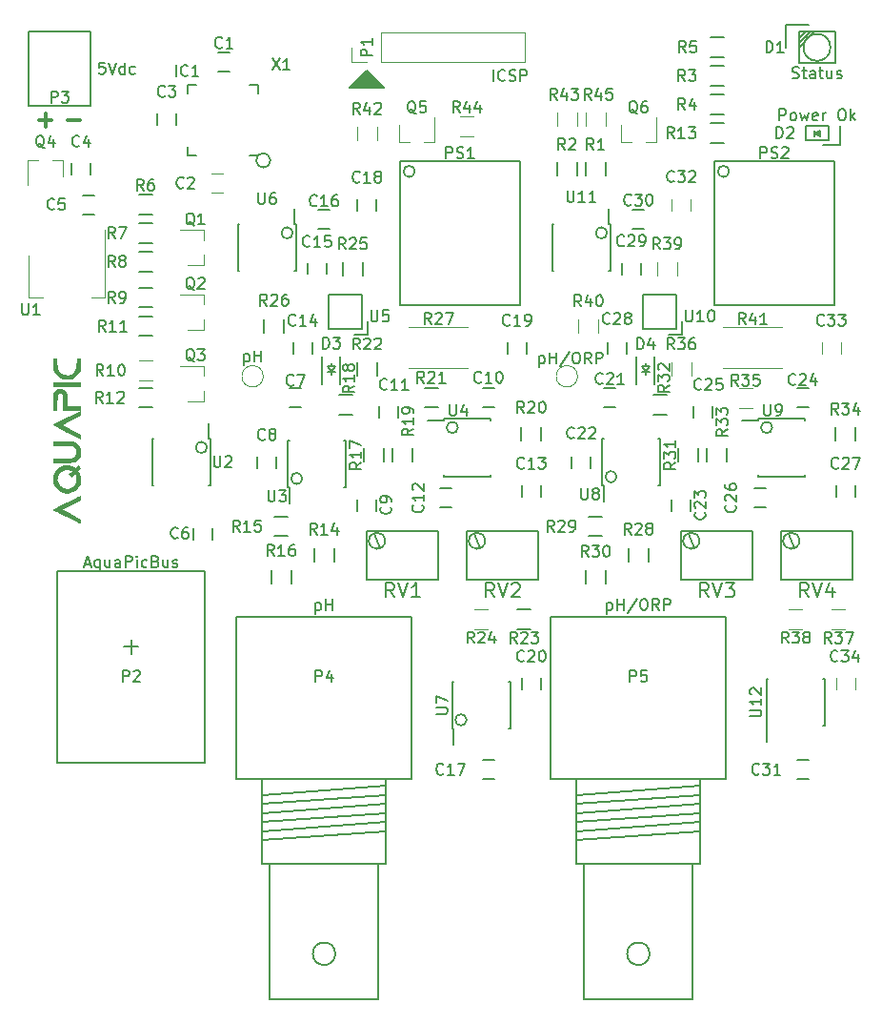
<source format=gto>
G04 #@! TF.GenerationSoftware,KiCad,Pcbnew,5.0.0-fee4fd1~66~ubuntu18.04.1*
G04 #@! TF.CreationDate,2018-09-30T17:11:51-04:00*
G04 #@! TF.ProjectId,pH-ORP-Card,70482D4F52502D436172642E6B696361,rev?*
G04 #@! TF.SameCoordinates,Original*
G04 #@! TF.FileFunction,Legend,Top*
G04 #@! TF.FilePolarity,Positive*
%FSLAX46Y46*%
G04 Gerber Fmt 4.6, Leading zero omitted, Abs format (unit mm)*
G04 Created by KiCad (PCBNEW 5.0.0-fee4fd1~66~ubuntu18.04.1) date Sun Sep 30 17:11:51 2018*
%MOMM*%
%LPD*%
G01*
G04 APERTURE LIST*
%ADD10C,0.200000*%
%ADD11C,0.300000*%
%ADD12C,0.152400*%
%ADD13C,0.150000*%
%ADD14C,0.120000*%
%ADD15C,0.010000*%
%ADD16C,0.203200*%
G04 APERTURE END LIST*
D10*
X25082500Y57277000D02*
G75*
G03X25082500Y57277000I-635000J0D01*
G01*
D11*
X7048571Y60852857D02*
X8191428Y60852857D01*
X4508571Y60852857D02*
X5651428Y60852857D01*
X5080000Y60281428D02*
X5080000Y61424285D01*
D12*
X71458666Y64612761D02*
X71603809Y64564380D01*
X71845714Y64564380D01*
X71942476Y64612761D01*
X71990857Y64661142D01*
X72039238Y64757904D01*
X72039238Y64854666D01*
X71990857Y64951428D01*
X71942476Y64999809D01*
X71845714Y65048190D01*
X71652190Y65096571D01*
X71555428Y65144952D01*
X71507047Y65193333D01*
X71458666Y65290095D01*
X71458666Y65386857D01*
X71507047Y65483619D01*
X71555428Y65532000D01*
X71652190Y65580380D01*
X71894095Y65580380D01*
X72039238Y65532000D01*
X72329523Y65241714D02*
X72716571Y65241714D01*
X72474666Y65580380D02*
X72474666Y64709523D01*
X72523047Y64612761D01*
X72619809Y64564380D01*
X72716571Y64564380D01*
X73490666Y64564380D02*
X73490666Y65096571D01*
X73442285Y65193333D01*
X73345523Y65241714D01*
X73152000Y65241714D01*
X73055238Y65193333D01*
X73490666Y64612761D02*
X73393904Y64564380D01*
X73152000Y64564380D01*
X73055238Y64612761D01*
X73006857Y64709523D01*
X73006857Y64806285D01*
X73055238Y64903047D01*
X73152000Y64951428D01*
X73393904Y64951428D01*
X73490666Y64999809D01*
X73829333Y65241714D02*
X74216380Y65241714D01*
X73974476Y65580380D02*
X73974476Y64709523D01*
X74022857Y64612761D01*
X74119619Y64564380D01*
X74216380Y64564380D01*
X74990476Y65241714D02*
X74990476Y64564380D01*
X74555047Y65241714D02*
X74555047Y64709523D01*
X74603428Y64612761D01*
X74700190Y64564380D01*
X74845333Y64564380D01*
X74942095Y64612761D01*
X74990476Y64661142D01*
X75425904Y64612761D02*
X75522666Y64564380D01*
X75716190Y64564380D01*
X75812952Y64612761D01*
X75861333Y64709523D01*
X75861333Y64757904D01*
X75812952Y64854666D01*
X75716190Y64903047D01*
X75571047Y64903047D01*
X75474285Y64951428D01*
X75425904Y65048190D01*
X75425904Y65096571D01*
X75474285Y65193333D01*
X75571047Y65241714D01*
X75716190Y65241714D01*
X75812952Y65193333D01*
X70321714Y60817880D02*
X70321714Y61833880D01*
X70708761Y61833880D01*
X70805523Y61785500D01*
X70853904Y61737119D01*
X70902285Y61640357D01*
X70902285Y61495214D01*
X70853904Y61398452D01*
X70805523Y61350071D01*
X70708761Y61301690D01*
X70321714Y61301690D01*
X71482857Y60817880D02*
X71386095Y60866261D01*
X71337714Y60914642D01*
X71289333Y61011404D01*
X71289333Y61301690D01*
X71337714Y61398452D01*
X71386095Y61446833D01*
X71482857Y61495214D01*
X71628000Y61495214D01*
X71724761Y61446833D01*
X71773142Y61398452D01*
X71821523Y61301690D01*
X71821523Y61011404D01*
X71773142Y60914642D01*
X71724761Y60866261D01*
X71628000Y60817880D01*
X71482857Y60817880D01*
X72160190Y61495214D02*
X72353714Y60817880D01*
X72547238Y61301690D01*
X72740761Y60817880D01*
X72934285Y61495214D01*
X73708380Y60866261D02*
X73611619Y60817880D01*
X73418095Y60817880D01*
X73321333Y60866261D01*
X73272952Y60963023D01*
X73272952Y61350071D01*
X73321333Y61446833D01*
X73418095Y61495214D01*
X73611619Y61495214D01*
X73708380Y61446833D01*
X73756761Y61350071D01*
X73756761Y61253309D01*
X73272952Y61156547D01*
X74192190Y60817880D02*
X74192190Y61495214D01*
X74192190Y61301690D02*
X74240571Y61398452D01*
X74288952Y61446833D01*
X74385714Y61495214D01*
X74482476Y61495214D01*
X75788761Y61833880D02*
X75982285Y61833880D01*
X76079047Y61785500D01*
X76175809Y61688738D01*
X76224190Y61495214D01*
X76224190Y61156547D01*
X76175809Y60963023D01*
X76079047Y60866261D01*
X75982285Y60817880D01*
X75788761Y60817880D01*
X75692000Y60866261D01*
X75595238Y60963023D01*
X75546857Y61156547D01*
X75546857Y61495214D01*
X75595238Y61688738D01*
X75692000Y61785500D01*
X75788761Y61833880D01*
X76659619Y60817880D02*
X76659619Y61833880D01*
X76756380Y61204928D02*
X77046666Y60817880D01*
X77046666Y61495214D02*
X76659619Y61108166D01*
D10*
X34798000Y63881000D02*
X32385000Y63881000D01*
X33655000Y65024000D02*
X33655000Y65151000D01*
X34798000Y63881000D02*
X33655000Y65024000D01*
X34544000Y63881000D02*
X34671000Y64008000D01*
X34290000Y63881000D02*
X34544000Y64135000D01*
X34036000Y63881000D02*
X34417000Y64262000D01*
X33782000Y63881000D02*
X34290000Y64389000D01*
X33528000Y63881000D02*
X34163000Y64516000D01*
X33274000Y63881000D02*
X34036000Y64643000D01*
X33020000Y63881000D02*
X33909000Y64770000D01*
X32766000Y63881000D02*
X33782000Y64897000D01*
X32512000Y63881000D02*
X33655000Y65024000D01*
X35179000Y63754000D02*
X32131000Y63754000D01*
X33655000Y65278000D02*
X35179000Y63754000D01*
X33655000Y65278000D02*
X32131000Y63754000D01*
D13*
G04 #@! TO.C,R14*
X30720000Y22825000D02*
X30720000Y21625000D01*
X28970000Y21625000D02*
X28970000Y22825000D01*
G04 #@! TO.C,C5*
X9390000Y54190000D02*
X8390000Y54190000D01*
X8390000Y52490000D02*
X9390000Y52490000D01*
D14*
G04 #@! TO.C,Q5*
X36520000Y58930000D02*
X37450000Y58930000D01*
X39680000Y58930000D02*
X38750000Y58930000D01*
X39680000Y58930000D02*
X39680000Y61090000D01*
X36520000Y58930000D02*
X36520000Y60390000D01*
D13*
G04 #@! TO.C,C4*
X7405000Y57015000D02*
X7405000Y56015000D01*
X9105000Y56015000D02*
X9105000Y57015000D01*
G04 #@! TO.C,D3*
X30480000Y38985000D02*
X30480000Y39235000D01*
X30480000Y38485000D02*
X30480000Y38235000D01*
X30480000Y38485000D02*
X30130000Y38985000D01*
X30130000Y38985000D02*
X30830000Y38985000D01*
X30830000Y38985000D02*
X30480000Y38485000D01*
X30130000Y38485000D02*
X30830000Y38485000D01*
X31280000Y37435000D02*
X31280000Y39835000D01*
X29680000Y37435000D02*
X29680000Y39835000D01*
G04 #@! TO.C,C1*
X20455000Y65190000D02*
X21455000Y65190000D01*
X21455000Y66890000D02*
X20455000Y66890000D01*
G04 #@! TO.C,C3*
X16725000Y60460000D02*
X16725000Y61460000D01*
X15025000Y61460000D02*
X15025000Y60460000D01*
G04 #@! TO.C,C6*
X19900000Y23630000D02*
X19900000Y24630000D01*
X18200000Y24630000D02*
X18200000Y23630000D01*
G04 #@! TO.C,C7*
X26805000Y35345000D02*
X27805000Y35345000D01*
X27805000Y37045000D02*
X26805000Y37045000D01*
G04 #@! TO.C,C8*
X23915000Y30980000D02*
X23915000Y29980000D01*
X25615000Y29980000D02*
X25615000Y30980000D01*
G04 #@! TO.C,C9*
X32805000Y27170000D02*
X32805000Y26170000D01*
X34505000Y26170000D02*
X34505000Y27170000D01*
G04 #@! TO.C,C10*
X43950000Y35345000D02*
X44950000Y35345000D01*
X44950000Y37045000D02*
X43950000Y37045000D01*
G04 #@! TO.C,C11*
X34710000Y35425000D02*
X34710000Y34425000D01*
X36410000Y34425000D02*
X36410000Y35425000D01*
G04 #@! TO.C,C12*
X40140000Y26455000D02*
X41140000Y26455000D01*
X41140000Y28155000D02*
X40140000Y28155000D01*
G04 #@! TO.C,C13*
X47410000Y28440000D02*
X47410000Y27440000D01*
X49110000Y27440000D02*
X49110000Y28440000D01*
G04 #@! TO.C,C14*
X28790000Y40140000D02*
X28790000Y41140000D01*
X27090000Y41140000D02*
X27090000Y40140000D01*
G04 #@! TO.C,C15*
X28360000Y48175000D02*
X28360000Y47175000D01*
X30060000Y47175000D02*
X30060000Y48175000D01*
G04 #@! TO.C,C16*
X30345000Y52920000D02*
X29345000Y52920000D01*
X29345000Y51220000D02*
X30345000Y51220000D01*
G04 #@! TO.C,C17*
X44950000Y4025000D02*
X43950000Y4025000D01*
X43950000Y2325000D02*
X44950000Y2325000D01*
G04 #@! TO.C,C18*
X32805000Y53840000D02*
X32805000Y52840000D01*
X34505000Y52840000D02*
X34505000Y53840000D01*
G04 #@! TO.C,C19*
X47840000Y40140000D02*
X47840000Y41140000D01*
X46140000Y41140000D02*
X46140000Y40140000D01*
G04 #@! TO.C,C20*
X47410000Y11295000D02*
X47410000Y10295000D01*
X49110000Y10295000D02*
X49110000Y11295000D01*
G04 #@! TO.C,C21*
X54745000Y35345000D02*
X55745000Y35345000D01*
X55745000Y37045000D02*
X54745000Y37045000D01*
G04 #@! TO.C,C22*
X51855000Y30980000D02*
X51855000Y29980000D01*
X53555000Y29980000D02*
X53555000Y30980000D01*
G04 #@! TO.C,C23*
X60745000Y27170000D02*
X60745000Y26170000D01*
X62445000Y26170000D02*
X62445000Y27170000D01*
G04 #@! TO.C,C24*
X71890000Y35345000D02*
X72890000Y35345000D01*
X72890000Y37045000D02*
X71890000Y37045000D01*
G04 #@! TO.C,C25*
X62650000Y35425000D02*
X62650000Y34425000D01*
X64350000Y34425000D02*
X64350000Y35425000D01*
G04 #@! TO.C,C26*
X68080000Y26455000D02*
X69080000Y26455000D01*
X69080000Y28155000D02*
X68080000Y28155000D01*
G04 #@! TO.C,C27*
X75350000Y28440000D02*
X75350000Y27440000D01*
X77050000Y27440000D02*
X77050000Y28440000D01*
G04 #@! TO.C,C28*
X56730000Y40140000D02*
X56730000Y41140000D01*
X55030000Y41140000D02*
X55030000Y40140000D01*
G04 #@! TO.C,C29*
X56300000Y48125000D02*
X56300000Y47125000D01*
X58000000Y47125000D02*
X58000000Y48125000D01*
G04 #@! TO.C,C30*
X58285000Y52920000D02*
X57285000Y52920000D01*
X57285000Y51220000D02*
X58285000Y51220000D01*
G04 #@! TO.C,C31*
X72890000Y4025000D02*
X71890000Y4025000D01*
X71890000Y2325000D02*
X72890000Y2325000D01*
G04 #@! TO.C,D2*
X75692000Y58674000D02*
X75692000Y60325000D01*
X75057000Y58674000D02*
X74168000Y58674000D01*
X75057000Y58674000D02*
X75692000Y58674000D01*
X73406000Y59944000D02*
X73406000Y59436000D01*
X72644000Y59055000D02*
X74676000Y59055000D01*
X74676000Y60325000D02*
X72644000Y60325000D01*
X72644000Y59055000D02*
X72644000Y60325000D01*
X74676000Y60325000D02*
X74676000Y59055000D01*
X73406000Y59690000D02*
X73660000Y59690000D01*
X73660000Y59690000D02*
X73914000Y59944000D01*
X73914000Y59690000D02*
X73660000Y59690000D01*
X73660000Y59690000D02*
X73914000Y59436000D01*
X73914000Y59436000D02*
X73660000Y59690000D01*
X73914000Y59944000D02*
X73914000Y59436000D01*
X73914000Y59436000D02*
X73406000Y59690000D01*
X73406000Y59690000D02*
X73914000Y59944000D01*
G04 #@! TO.C,R1*
X53100000Y55915000D02*
X53100000Y57115000D01*
X54850000Y57115000D02*
X54850000Y55915000D01*
G04 #@! TO.C,R2*
X50560000Y55915000D02*
X50560000Y57115000D01*
X52310000Y57115000D02*
X52310000Y55915000D01*
G04 #@! TO.C,R3*
X64170000Y65645000D02*
X65370000Y65645000D01*
X65370000Y63895000D02*
X64170000Y63895000D01*
G04 #@! TO.C,R4*
X64170000Y63105000D02*
X65370000Y63105000D01*
X65370000Y61355000D02*
X64170000Y61355000D01*
G04 #@! TO.C,R5*
X64170000Y68185000D02*
X65370000Y68185000D01*
X65370000Y66435000D02*
X64170000Y66435000D01*
G04 #@! TO.C,R6*
X13370000Y54215000D02*
X14570000Y54215000D01*
X14570000Y52465000D02*
X13370000Y52465000D01*
G04 #@! TO.C,R7*
X13370000Y51675000D02*
X14570000Y51675000D01*
X14570000Y49925000D02*
X13370000Y49925000D01*
G04 #@! TO.C,R8*
X14570000Y47385000D02*
X13370000Y47385000D01*
X13370000Y49135000D02*
X14570000Y49135000D01*
G04 #@! TO.C,R9*
X14570000Y44210000D02*
X13370000Y44210000D01*
X13370000Y45960000D02*
X14570000Y45960000D01*
G04 #@! TO.C,R11*
X14570000Y41670000D02*
X13370000Y41670000D01*
X13370000Y43420000D02*
X14570000Y43420000D01*
G04 #@! TO.C,R12*
X14570000Y35320000D02*
X13370000Y35320000D01*
X13370000Y37070000D02*
X14570000Y37070000D01*
G04 #@! TO.C,R13*
X65370000Y58815000D02*
X64170000Y58815000D01*
X64170000Y60565000D02*
X65370000Y60565000D01*
G04 #@! TO.C,R15*
X25435000Y25640000D02*
X26635000Y25640000D01*
X26635000Y23890000D02*
X25435000Y23890000D01*
G04 #@! TO.C,R16*
X25160000Y19720000D02*
X25160000Y20920000D01*
X26910000Y20920000D02*
X26910000Y19720000D01*
G04 #@! TO.C,R17*
X33415000Y30515000D02*
X33415000Y31715000D01*
X35165000Y31715000D02*
X35165000Y30515000D01*
G04 #@! TO.C,R18*
X32350000Y34685000D02*
X31150000Y34685000D01*
X31150000Y36435000D02*
X32350000Y36435000D01*
G04 #@! TO.C,R19*
X35955000Y30515000D02*
X35955000Y31715000D01*
X37705000Y31715000D02*
X37705000Y30515000D01*
G04 #@! TO.C,R20*
X47385000Y32420000D02*
X47385000Y33620000D01*
X49135000Y33620000D02*
X49135000Y32420000D01*
G04 #@! TO.C,R21*
X39970000Y35320000D02*
X38770000Y35320000D01*
X38770000Y37070000D02*
X39970000Y37070000D01*
G04 #@! TO.C,R22*
X34530000Y39335000D02*
X34530000Y38135000D01*
X32780000Y38135000D02*
X32780000Y39335000D01*
G04 #@! TO.C,R23*
X48225000Y15635000D02*
X47025000Y15635000D01*
X47025000Y17385000D02*
X48225000Y17385000D01*
G04 #@! TO.C,R25*
X31510000Y47025000D02*
X31510000Y48225000D01*
X33260000Y48225000D02*
X33260000Y47025000D01*
G04 #@! TO.C,R26*
X26275000Y43145000D02*
X26275000Y41945000D01*
X24525000Y41945000D02*
X24525000Y43145000D01*
G04 #@! TO.C,R28*
X58660000Y22825000D02*
X58660000Y21625000D01*
X56910000Y21625000D02*
X56910000Y22825000D01*
G04 #@! TO.C,R29*
X53375000Y25640000D02*
X54575000Y25640000D01*
X54575000Y23890000D02*
X53375000Y23890000D01*
G04 #@! TO.C,R30*
X53100000Y19720000D02*
X53100000Y20920000D01*
X54850000Y20920000D02*
X54850000Y19720000D01*
G04 #@! TO.C,R31*
X61355000Y30515000D02*
X61355000Y31715000D01*
X63105000Y31715000D02*
X63105000Y30515000D01*
G04 #@! TO.C,R32*
X60290000Y34685000D02*
X59090000Y34685000D01*
X59090000Y36435000D02*
X60290000Y36435000D01*
G04 #@! TO.C,R33*
X63895000Y30515000D02*
X63895000Y31715000D01*
X65645000Y31715000D02*
X65645000Y30515000D01*
G04 #@! TO.C,R34*
X75325000Y32420000D02*
X75325000Y33620000D01*
X77075000Y33620000D02*
X77075000Y32420000D01*
G04 #@! TO.C,U2*
X19445000Y31780000D02*
G75*
G03X19445000Y31780000I-500000J0D01*
G01*
X19720000Y32555000D02*
X19575000Y32555000D01*
X19720000Y28405000D02*
X19575000Y28405000D01*
X14570000Y28405000D02*
X14715000Y28405000D01*
X14570000Y32555000D02*
X14715000Y32555000D01*
X19720000Y32555000D02*
X19720000Y28405000D01*
X14570000Y32555000D02*
X14570000Y28405000D01*
X19575000Y32555000D02*
X19575000Y33955000D01*
G04 #@! TO.C,U3*
X27910000Y29020000D02*
G75*
G03X27910000Y29020000I-500000J0D01*
G01*
X26635000Y28245000D02*
X26780000Y28245000D01*
X26635000Y32395000D02*
X26780000Y32395000D01*
X31785000Y32395000D02*
X31640000Y32395000D01*
X31785000Y28245000D02*
X31640000Y28245000D01*
X26635000Y28245000D02*
X26635000Y32395000D01*
X31785000Y28245000D02*
X31785000Y32395000D01*
X26780000Y28245000D02*
X26780000Y26845000D01*
G04 #@! TO.C,U4*
X41745000Y33550000D02*
G75*
G03X41745000Y33550000I-500000J0D01*
G01*
X40470000Y34325000D02*
X40470000Y34180000D01*
X44620000Y34325000D02*
X44620000Y34180000D01*
X44620000Y29175000D02*
X44620000Y29320000D01*
X40470000Y29175000D02*
X40470000Y29320000D01*
X40470000Y34325000D02*
X44620000Y34325000D01*
X40470000Y29175000D02*
X44620000Y29175000D01*
X40470000Y34180000D02*
X39070000Y34180000D01*
G04 #@! TO.C,U6*
X27065000Y50830000D02*
G75*
G03X27065000Y50830000I-500000J0D01*
G01*
X27340000Y51605000D02*
X27195000Y51605000D01*
X27340000Y47455000D02*
X27195000Y47455000D01*
X22190000Y47455000D02*
X22335000Y47455000D01*
X22190000Y51605000D02*
X22335000Y51605000D01*
X27340000Y51605000D02*
X27340000Y47455000D01*
X22190000Y51605000D02*
X22190000Y47455000D01*
X27195000Y51605000D02*
X27195000Y53005000D01*
G04 #@! TO.C,U7*
X42515000Y7590000D02*
G75*
G03X42515000Y7590000I-500000J0D01*
G01*
X41240000Y6815000D02*
X41385000Y6815000D01*
X41240000Y10965000D02*
X41385000Y10965000D01*
X46390000Y10965000D02*
X46245000Y10965000D01*
X46390000Y6815000D02*
X46245000Y6815000D01*
X41240000Y6815000D02*
X41240000Y10965000D01*
X46390000Y6815000D02*
X46390000Y10965000D01*
X41385000Y6815000D02*
X41385000Y5415000D01*
G04 #@! TO.C,U8*
X55850000Y29180000D02*
G75*
G03X55850000Y29180000I-500000J0D01*
G01*
X54575000Y28405000D02*
X54720000Y28405000D01*
X54575000Y32555000D02*
X54720000Y32555000D01*
X59725000Y32555000D02*
X59580000Y32555000D01*
X59725000Y28405000D02*
X59580000Y28405000D01*
X54575000Y28405000D02*
X54575000Y32555000D01*
X59725000Y28405000D02*
X59725000Y32555000D01*
X54720000Y28405000D02*
X54720000Y27005000D01*
G04 #@! TO.C,U9*
X69685000Y33550000D02*
G75*
G03X69685000Y33550000I-500000J0D01*
G01*
X68410000Y34325000D02*
X68410000Y34180000D01*
X72560000Y34325000D02*
X72560000Y34180000D01*
X72560000Y29175000D02*
X72560000Y29320000D01*
X68410000Y29175000D02*
X68410000Y29320000D01*
X68410000Y34325000D02*
X72560000Y34325000D01*
X68410000Y29175000D02*
X72560000Y29175000D01*
X68410000Y34180000D02*
X67010000Y34180000D01*
G04 #@! TO.C,U11*
X55005000Y50830000D02*
G75*
G03X55005000Y50830000I-500000J0D01*
G01*
X55280000Y51605000D02*
X55135000Y51605000D01*
X55280000Y47455000D02*
X55135000Y47455000D01*
X50130000Y47455000D02*
X50275000Y47455000D01*
X50130000Y51605000D02*
X50275000Y51605000D01*
X55280000Y51605000D02*
X55280000Y47455000D01*
X50130000Y51605000D02*
X50130000Y47455000D01*
X55135000Y51605000D02*
X55135000Y53005000D01*
G04 #@! TO.C,D4*
X58420000Y38985000D02*
X58420000Y39235000D01*
X58420000Y38485000D02*
X58420000Y38235000D01*
X58420000Y38485000D02*
X58070000Y38985000D01*
X58070000Y38985000D02*
X58770000Y38985000D01*
X58770000Y38985000D02*
X58420000Y38485000D01*
X58070000Y38485000D02*
X58770000Y38485000D01*
X59220000Y37435000D02*
X59220000Y39835000D01*
X57620000Y37435000D02*
X57620000Y39835000D01*
D14*
G04 #@! TO.C,C2*
X19820000Y54395000D02*
X20820000Y54395000D01*
X20820000Y56095000D02*
X19820000Y56095000D01*
G04 #@! TO.C,C32*
X60745000Y53840000D02*
X60745000Y52840000D01*
X62445000Y52840000D02*
X62445000Y53840000D01*
G04 #@! TO.C,C33*
X75780000Y40140000D02*
X75780000Y41140000D01*
X74080000Y41140000D02*
X74080000Y40140000D01*
G04 #@! TO.C,C34*
X75350000Y11295000D02*
X75350000Y10295000D01*
X77050000Y10295000D02*
X77050000Y11295000D01*
D13*
G04 #@! TO.C,D1*
X70910000Y67310000D02*
X70910000Y69310000D01*
X70910000Y69310000D02*
X72910000Y69310000D01*
X72060000Y68110000D02*
X72660000Y68710000D01*
X72060000Y67710000D02*
X73060000Y68710000D01*
X72060000Y67310000D02*
X73460000Y68710000D01*
X74860000Y67310000D02*
G75*
G03X74860000Y67310000I-1200000J0D01*
G01*
X75260000Y65910000D02*
X75260000Y68710000D01*
X75260000Y68710000D02*
X72060000Y68710000D01*
X72060000Y68710000D02*
X72060000Y65910000D01*
X72060000Y65910000D02*
X75260000Y65910000D01*
G04 #@! TO.C,IC1*
X17701250Y57706250D02*
X17701250Y58496250D01*
X24001250Y64006250D02*
X24001250Y63216250D01*
X17701250Y64006250D02*
X17701250Y63216250D01*
X24001250Y57706250D02*
X23211250Y57706250D01*
X24001250Y64006250D02*
X23211250Y64006250D01*
X17701250Y64006250D02*
X18491250Y64006250D01*
X17701250Y57706250D02*
X18491250Y57706250D01*
G04 #@! TO.C,PS1*
X37910000Y56300000D02*
G75*
G03X37910000Y56300000I-500000J0D01*
G01*
X36560000Y57175000D02*
X47260000Y57175000D01*
X47260000Y57175000D02*
X47260000Y44425000D01*
X47260000Y44425000D02*
X36560000Y44425000D01*
X36560000Y44425000D02*
X36560000Y57175000D01*
G04 #@! TO.C,PS2*
X65850000Y56300000D02*
G75*
G03X65850000Y56300000I-500000J0D01*
G01*
X64500000Y57175000D02*
X75200000Y57175000D01*
X75200000Y57175000D02*
X75200000Y44425000D01*
X75200000Y44425000D02*
X64500000Y44425000D01*
X64500000Y44425000D02*
X64500000Y57175000D01*
D14*
G04 #@! TO.C,Q1*
X19175000Y47950000D02*
X19175000Y48880000D01*
X19175000Y51110000D02*
X19175000Y50180000D01*
X19175000Y51110000D02*
X17015000Y51110000D01*
X19175000Y47950000D02*
X17715000Y47950000D01*
G04 #@! TO.C,Q2*
X19175000Y42235000D02*
X19175000Y43165000D01*
X19175000Y45395000D02*
X19175000Y44465000D01*
X19175000Y45395000D02*
X17015000Y45395000D01*
X19175000Y42235000D02*
X17715000Y42235000D01*
G04 #@! TO.C,Q3*
X19175000Y35885000D02*
X19175000Y36815000D01*
X19175000Y39045000D02*
X19175000Y38115000D01*
X19175000Y39045000D02*
X17015000Y39045000D01*
X19175000Y35885000D02*
X17715000Y35885000D01*
G04 #@! TO.C,Q4*
X6660000Y57275000D02*
X5730000Y57275000D01*
X3500000Y57275000D02*
X4430000Y57275000D01*
X3500000Y57275000D02*
X3500000Y55115000D01*
X6660000Y57275000D02*
X6660000Y55815000D01*
G04 #@! TO.C,R10*
X14570000Y37728000D02*
X13370000Y37728000D01*
X13370000Y39488000D02*
X14570000Y39488000D01*
G04 #@! TO.C,R24*
X43215000Y17390000D02*
X44415000Y17390000D01*
X44415000Y15630000D02*
X43215000Y15630000D01*
G04 #@! TO.C,R27*
X37405000Y42460000D02*
X42605000Y42460000D01*
X42605000Y38820000D02*
X37405000Y38820000D01*
G04 #@! TO.C,R35*
X67910000Y35315000D02*
X66710000Y35315000D01*
X66710000Y37075000D02*
X67910000Y37075000D01*
G04 #@! TO.C,R36*
X62475000Y39335000D02*
X62475000Y38135000D01*
X60715000Y38135000D02*
X60715000Y39335000D01*
G04 #@! TO.C,R37*
X76165000Y15630000D02*
X74965000Y15630000D01*
X74965000Y17390000D02*
X76165000Y17390000D01*
G04 #@! TO.C,R38*
X71155000Y17390000D02*
X72355000Y17390000D01*
X72355000Y15630000D02*
X71155000Y15630000D01*
G04 #@! TO.C,R39*
X59445000Y47025000D02*
X59445000Y48225000D01*
X61205000Y48225000D02*
X61205000Y47025000D01*
G04 #@! TO.C,R40*
X54220000Y43145000D02*
X54220000Y41945000D01*
X52460000Y41945000D02*
X52460000Y43145000D01*
G04 #@! TO.C,R41*
X65345000Y42460000D02*
X70545000Y42460000D01*
X70545000Y38820000D02*
X65345000Y38820000D01*
D13*
G04 #@! TO.C,RV1*
X34290000Y24130000D02*
X34798000Y22860000D01*
X35262420Y23495000D02*
G75*
G03X35262420Y23495000I-718420J0D01*
G01*
X33655000Y24384000D02*
X40005000Y24384000D01*
X40005000Y24384000D02*
X40005000Y20066000D01*
X40005000Y20066000D02*
X33655000Y20066000D01*
X33655000Y20066000D02*
X33655000Y24384000D01*
G04 #@! TO.C,RV2*
X43180000Y24130000D02*
X43688000Y22860000D01*
X44152420Y23495000D02*
G75*
G03X44152420Y23495000I-718420J0D01*
G01*
X42545000Y24384000D02*
X48895000Y24384000D01*
X48895000Y24384000D02*
X48895000Y20066000D01*
X48895000Y20066000D02*
X42545000Y20066000D01*
X42545000Y20066000D02*
X42545000Y24384000D01*
G04 #@! TO.C,RV3*
X62230000Y24130000D02*
X62738000Y22860000D01*
X63202420Y23495000D02*
G75*
G03X63202420Y23495000I-718420J0D01*
G01*
X61595000Y24384000D02*
X67945000Y24384000D01*
X67945000Y24384000D02*
X67945000Y20066000D01*
X67945000Y20066000D02*
X61595000Y20066000D01*
X61595000Y20066000D02*
X61595000Y24384000D01*
G04 #@! TO.C,RV4*
X71120000Y24130000D02*
X71628000Y22860000D01*
X72092420Y23495000D02*
G75*
G03X72092420Y23495000I-718420J0D01*
G01*
X70485000Y24384000D02*
X76835000Y24384000D01*
X76835000Y24384000D02*
X76835000Y20066000D01*
X76835000Y20066000D02*
X70485000Y20066000D01*
X70485000Y20066000D02*
X70485000Y24384000D01*
D14*
G04 #@! TO.C,U1*
X3575000Y45080000D02*
X4835000Y45080000D01*
X10395000Y45080000D02*
X9135000Y45080000D01*
X3575000Y48840000D02*
X3575000Y45080000D01*
X10395000Y51090000D02*
X10395000Y45080000D01*
D13*
G04 #@! TO.C,U5*
X33750000Y43015000D02*
X33750000Y41815000D01*
X33750000Y41815000D02*
X32550000Y41815000D01*
X33250000Y42315000D02*
X30250000Y42315000D01*
X30250000Y42315000D02*
X30250000Y45315000D01*
X30250000Y45315000D02*
X33250000Y45315000D01*
X33250000Y45315000D02*
X33250000Y42315000D01*
G04 #@! TO.C,U10*
X61690000Y43015000D02*
X61690000Y41815000D01*
X61690000Y41815000D02*
X60490000Y41815000D01*
X61190000Y42315000D02*
X58190000Y42315000D01*
X58190000Y42315000D02*
X58190000Y45315000D01*
X58190000Y45315000D02*
X61190000Y45315000D01*
X61190000Y45315000D02*
X61190000Y42315000D01*
G04 #@! TO.C,U12*
X69180000Y7069000D02*
X69230000Y7069000D01*
X69180000Y11219000D02*
X69325000Y11219000D01*
X74330000Y11219000D02*
X74185000Y11219000D01*
X74330000Y7069000D02*
X74185000Y7069000D01*
X69180000Y7069000D02*
X69180000Y11219000D01*
X74330000Y7069000D02*
X74330000Y11219000D01*
X69230000Y7069000D02*
X69230000Y5669000D01*
D15*
G04 #@! TO.C,G\002A\002A\002A*
G36*
X5775686Y26290380D02*
X5828153Y26318969D01*
X5910847Y26362253D01*
X6019881Y26418302D01*
X6151368Y26485188D01*
X6301421Y26560981D01*
X6466152Y26643752D01*
X6641674Y26731570D01*
X6824100Y26822507D01*
X7009543Y26914633D01*
X7194116Y27006019D01*
X7373931Y27094734D01*
X7545102Y27178850D01*
X7703741Y27256437D01*
X7845961Y27325565D01*
X7967875Y27384306D01*
X8065596Y27430729D01*
X8135236Y27462905D01*
X8172908Y27478905D01*
X8178540Y27480237D01*
X8184751Y27454238D01*
X8189337Y27397328D01*
X8191448Y27320924D01*
X8191500Y27306557D01*
X8191500Y27145837D01*
X7323673Y26712336D01*
X6455846Y26278836D01*
X7318381Y25844710D01*
X8180916Y25410583D01*
X8187020Y25250882D01*
X8188248Y25172432D01*
X8185903Y25111349D01*
X8180493Y25079139D01*
X8179352Y25077408D01*
X8159009Y25084526D01*
X8104756Y25108780D01*
X8020482Y25148242D01*
X7910074Y25200984D01*
X7777421Y25265077D01*
X7626412Y25338594D01*
X7460934Y25419607D01*
X7284876Y25506187D01*
X7102125Y25596407D01*
X6916570Y25688338D01*
X6732100Y25780053D01*
X6552602Y25869623D01*
X6381965Y25955120D01*
X6224077Y26034616D01*
X6082826Y26106184D01*
X5962100Y26167895D01*
X5865788Y26217821D01*
X5797777Y26254034D01*
X5761957Y26274606D01*
X5757333Y26278416D01*
X5775686Y26290380D01*
X5775686Y26290380D01*
G37*
X5775686Y26290380D02*
X5828153Y26318969D01*
X5910847Y26362253D01*
X6019881Y26418302D01*
X6151368Y26485188D01*
X6301421Y26560981D01*
X6466152Y26643752D01*
X6641674Y26731570D01*
X6824100Y26822507D01*
X7009543Y26914633D01*
X7194116Y27006019D01*
X7373931Y27094734D01*
X7545102Y27178850D01*
X7703741Y27256437D01*
X7845961Y27325565D01*
X7967875Y27384306D01*
X8065596Y27430729D01*
X8135236Y27462905D01*
X8172908Y27478905D01*
X8178540Y27480237D01*
X8184751Y27454238D01*
X8189337Y27397328D01*
X8191448Y27320924D01*
X8191500Y27306557D01*
X8191500Y27145837D01*
X7323673Y26712336D01*
X6455846Y26278836D01*
X7318381Y25844710D01*
X8180916Y25410583D01*
X8187020Y25250882D01*
X8188248Y25172432D01*
X8185903Y25111349D01*
X8180493Y25079139D01*
X8179352Y25077408D01*
X8159009Y25084526D01*
X8104756Y25108780D01*
X8020482Y25148242D01*
X7910074Y25200984D01*
X7777421Y25265077D01*
X7626412Y25338594D01*
X7460934Y25419607D01*
X7284876Y25506187D01*
X7102125Y25596407D01*
X6916570Y25688338D01*
X6732100Y25780053D01*
X6552602Y25869623D01*
X6381965Y25955120D01*
X6224077Y26034616D01*
X6082826Y26106184D01*
X5962100Y26167895D01*
X5865788Y26217821D01*
X5797777Y26254034D01*
X5761957Y26274606D01*
X5757333Y26278416D01*
X5775686Y26290380D01*
G36*
X5775898Y29190783D02*
X5833263Y29397278D01*
X5926303Y29591833D01*
X6052830Y29769525D01*
X6210656Y29925432D01*
X6334551Y30016369D01*
X6521701Y30112841D01*
X6723748Y30172716D01*
X6934232Y30195949D01*
X7146697Y30182496D01*
X7354684Y30132313D01*
X7551733Y30045354D01*
X7586836Y30025013D01*
X7712423Y29949251D01*
X7959079Y30193333D01*
X8179999Y29972413D01*
X7935917Y29725757D01*
X8011679Y29600170D01*
X8104473Y29405844D01*
X8159889Y29194323D01*
X8177072Y28969825D01*
X8168489Y28829000D01*
X8125363Y28625903D01*
X8045517Y28435758D01*
X7933551Y28262312D01*
X7794067Y28109311D01*
X7631663Y27980501D01*
X7450940Y27879627D01*
X7256499Y27810438D01*
X7052939Y27776679D01*
X6938483Y27777825D01*
X6938483Y28099671D01*
X7118425Y28110642D01*
X7289947Y28157527D01*
X7448374Y28238310D01*
X7589036Y28350978D01*
X7707259Y28493513D01*
X7798369Y28663900D01*
X7824324Y28733750D01*
X7839567Y28810609D01*
X7846700Y28919703D01*
X7846216Y29019500D01*
X7840720Y29127185D01*
X7829828Y29208389D01*
X7810408Y29278902D01*
X7780072Y29352875D01*
X7748446Y29418887D01*
X7722531Y29466300D01*
X7707792Y29485147D01*
X7707565Y29485167D01*
X7688206Y29471180D01*
X7646102Y29433503D01*
X7588260Y29378559D01*
X7545802Y29336887D01*
X7396527Y29188607D01*
X7175597Y29412315D01*
X7323715Y29559298D01*
X7386591Y29622982D01*
X7436216Y29675699D01*
X7466086Y29710399D01*
X7471833Y29719833D01*
X7454048Y29734676D01*
X7407464Y29760456D01*
X7343464Y29790994D01*
X7159891Y29852109D01*
X6976649Y29873538D01*
X6798336Y29857712D01*
X6629549Y29807061D01*
X6474886Y29724017D01*
X6338945Y29611011D01*
X6226322Y29470474D01*
X6141616Y29304837D01*
X6091670Y29129048D01*
X6079697Y28953240D01*
X6106081Y28777939D01*
X6167320Y28609967D01*
X6259912Y28456146D01*
X6380353Y28323296D01*
X6525142Y28218239D01*
X6572025Y28193538D01*
X6754792Y28126631D01*
X6938483Y28099671D01*
X6938483Y27777825D01*
X6878426Y27778427D01*
X6659938Y27818806D01*
X6455556Y27895808D01*
X6269428Y28005731D01*
X6105701Y28144873D01*
X5968522Y28309532D01*
X5862038Y28496006D01*
X5790397Y28700594D01*
X5776944Y28761667D01*
X5756396Y28977272D01*
X5775898Y29190783D01*
X5775898Y29190783D01*
G37*
X5775898Y29190783D02*
X5833263Y29397278D01*
X5926303Y29591833D01*
X6052830Y29769525D01*
X6210656Y29925432D01*
X6334551Y30016369D01*
X6521701Y30112841D01*
X6723748Y30172716D01*
X6934232Y30195949D01*
X7146697Y30182496D01*
X7354684Y30132313D01*
X7551733Y30045354D01*
X7586836Y30025013D01*
X7712423Y29949251D01*
X7959079Y30193333D01*
X8179999Y29972413D01*
X7935917Y29725757D01*
X8011679Y29600170D01*
X8104473Y29405844D01*
X8159889Y29194323D01*
X8177072Y28969825D01*
X8168489Y28829000D01*
X8125363Y28625903D01*
X8045517Y28435758D01*
X7933551Y28262312D01*
X7794067Y28109311D01*
X7631663Y27980501D01*
X7450940Y27879627D01*
X7256499Y27810438D01*
X7052939Y27776679D01*
X6938483Y27777825D01*
X6938483Y28099671D01*
X7118425Y28110642D01*
X7289947Y28157527D01*
X7448374Y28238310D01*
X7589036Y28350978D01*
X7707259Y28493513D01*
X7798369Y28663900D01*
X7824324Y28733750D01*
X7839567Y28810609D01*
X7846700Y28919703D01*
X7846216Y29019500D01*
X7840720Y29127185D01*
X7829828Y29208389D01*
X7810408Y29278902D01*
X7780072Y29352875D01*
X7748446Y29418887D01*
X7722531Y29466300D01*
X7707792Y29485147D01*
X7707565Y29485167D01*
X7688206Y29471180D01*
X7646102Y29433503D01*
X7588260Y29378559D01*
X7545802Y29336887D01*
X7396527Y29188607D01*
X7175597Y29412315D01*
X7323715Y29559298D01*
X7386591Y29622982D01*
X7436216Y29675699D01*
X7466086Y29710399D01*
X7471833Y29719833D01*
X7454048Y29734676D01*
X7407464Y29760456D01*
X7343464Y29790994D01*
X7159891Y29852109D01*
X6976649Y29873538D01*
X6798336Y29857712D01*
X6629549Y29807061D01*
X6474886Y29724017D01*
X6338945Y29611011D01*
X6226322Y29470474D01*
X6141616Y29304837D01*
X6091670Y29129048D01*
X6079697Y28953240D01*
X6106081Y28777939D01*
X6167320Y28609967D01*
X6259912Y28456146D01*
X6380353Y28323296D01*
X6525142Y28218239D01*
X6572025Y28193538D01*
X6754792Y28126631D01*
X6938483Y28099671D01*
X6938483Y27777825D01*
X6878426Y27778427D01*
X6659938Y27818806D01*
X6455556Y27895808D01*
X6269428Y28005731D01*
X6105701Y28144873D01*
X5968522Y28309532D01*
X5862038Y28496006D01*
X5790397Y28700594D01*
X5776944Y28761667D01*
X5756396Y28977272D01*
X5775898Y29190783D01*
G36*
X6588125Y30801999D02*
X6807524Y30803822D01*
X6988993Y30805823D01*
X7136930Y30808654D01*
X7255735Y30812969D01*
X7349807Y30819421D01*
X7423548Y30828663D01*
X7481354Y30841348D01*
X7527628Y30858129D01*
X7566767Y30879660D01*
X7603172Y30906593D01*
X7641243Y30939582D01*
X7666126Y30962023D01*
X7765793Y31078463D01*
X7827494Y31213500D01*
X7850841Y31366232D01*
X7851016Y31390167D01*
X7846374Y31474399D01*
X7835784Y31551671D01*
X7824764Y31595146D01*
X7757122Y31722851D01*
X7658701Y31834345D01*
X7555215Y31908750D01*
X7440083Y31972250D01*
X6598708Y31978453D01*
X5757333Y31984657D01*
X5757333Y32302100D01*
X7503583Y32289750D01*
X7646962Y32221834D01*
X7812130Y32121438D01*
X7950286Y31992238D01*
X8058531Y31839690D01*
X8133964Y31669250D01*
X8173688Y31486375D01*
X8174802Y31296519D01*
X8167663Y31242000D01*
X8119005Y31069302D01*
X8034064Y30908586D01*
X7918437Y30765647D01*
X7777722Y30646283D01*
X7617514Y30556289D01*
X7454916Y30503818D01*
X7398306Y30496777D01*
X7301435Y30490893D01*
X7166360Y30486219D01*
X6995140Y30482809D01*
X6789831Y30480718D01*
X6552491Y30480000D01*
X5757333Y30480000D01*
X5757333Y30795238D01*
X6588125Y30801999D01*
X6588125Y30801999D01*
G37*
X6588125Y30801999D02*
X6807524Y30803822D01*
X6988993Y30805823D01*
X7136930Y30808654D01*
X7255735Y30812969D01*
X7349807Y30819421D01*
X7423548Y30828663D01*
X7481354Y30841348D01*
X7527628Y30858129D01*
X7566767Y30879660D01*
X7603172Y30906593D01*
X7641243Y30939582D01*
X7666126Y30962023D01*
X7765793Y31078463D01*
X7827494Y31213500D01*
X7850841Y31366232D01*
X7851016Y31390167D01*
X7846374Y31474399D01*
X7835784Y31551671D01*
X7824764Y31595146D01*
X7757122Y31722851D01*
X7658701Y31834345D01*
X7555215Y31908750D01*
X7440083Y31972250D01*
X6598708Y31978453D01*
X5757333Y31984657D01*
X5757333Y32302100D01*
X7503583Y32289750D01*
X7646962Y32221834D01*
X7812130Y32121438D01*
X7950286Y31992238D01*
X8058531Y31839690D01*
X8133964Y31669250D01*
X8173688Y31486375D01*
X8174802Y31296519D01*
X8167663Y31242000D01*
X8119005Y31069302D01*
X8034064Y30908586D01*
X7918437Y30765647D01*
X7777722Y30646283D01*
X7617514Y30556289D01*
X7454916Y30503818D01*
X7398306Y30496777D01*
X7301435Y30490893D01*
X7166360Y30486219D01*
X6995140Y30482809D01*
X6789831Y30480718D01*
X6552491Y30480000D01*
X5757333Y30480000D01*
X5757333Y30795238D01*
X6588125Y30801999D01*
G36*
X6958542Y34403771D02*
X7169209Y34509036D01*
X7368578Y34608499D01*
X7553447Y34700572D01*
X7720611Y34783666D01*
X7866867Y34856195D01*
X7989012Y34916569D01*
X8083842Y34963201D01*
X8148153Y34994503D01*
X8178741Y35008886D01*
X8180843Y35009667D01*
X8185792Y34990171D01*
X8189518Y34938364D01*
X8191392Y34864260D01*
X8191500Y34840299D01*
X8191500Y34670931D01*
X7334250Y34242462D01*
X7158070Y34154173D01*
X6994088Y34071549D01*
X6846077Y33996525D01*
X6717810Y33931033D01*
X6613062Y33877008D01*
X6535606Y33836383D01*
X6489214Y33811093D01*
X6477000Y33803167D01*
X6495325Y33791782D01*
X6547787Y33763490D01*
X6630611Y33720223D01*
X6740024Y33663917D01*
X6872252Y33596504D01*
X7023523Y33519918D01*
X7190062Y33436093D01*
X7334250Y33363871D01*
X8191500Y32935402D01*
X8191500Y32766034D01*
X8189298Y32674304D01*
X8182205Y32620045D01*
X8169488Y32598597D01*
X8165041Y32597826D01*
X8141946Y32607284D01*
X8084318Y32634172D01*
X7995433Y32676877D01*
X7878568Y32733791D01*
X7737000Y32803303D01*
X7574007Y32883803D01*
X7392865Y32973681D01*
X7196852Y33071326D01*
X6989243Y33175129D01*
X6942740Y33198430D01*
X5746898Y33797875D01*
X6958542Y34403771D01*
X6958542Y34403771D01*
G37*
X6958542Y34403771D02*
X7169209Y34509036D01*
X7368578Y34608499D01*
X7553447Y34700572D01*
X7720611Y34783666D01*
X7866867Y34856195D01*
X7989012Y34916569D01*
X8083842Y34963201D01*
X8148153Y34994503D01*
X8178741Y35008886D01*
X8180843Y35009667D01*
X8185792Y34990171D01*
X8189518Y34938364D01*
X8191392Y34864260D01*
X8191500Y34840299D01*
X8191500Y34670931D01*
X7334250Y34242462D01*
X7158070Y34154173D01*
X6994088Y34071549D01*
X6846077Y33996525D01*
X6717810Y33931033D01*
X6613062Y33877008D01*
X6535606Y33836383D01*
X6489214Y33811093D01*
X6477000Y33803167D01*
X6495325Y33791782D01*
X6547787Y33763490D01*
X6630611Y33720223D01*
X6740024Y33663917D01*
X6872252Y33596504D01*
X7023523Y33519918D01*
X7190062Y33436093D01*
X7334250Y33363871D01*
X8191500Y32935402D01*
X8191500Y32766034D01*
X8189298Y32674304D01*
X8182205Y32620045D01*
X8169488Y32598597D01*
X8165041Y32597826D01*
X8141946Y32607284D01*
X8084318Y32634172D01*
X7995433Y32676877D01*
X7878568Y32733791D01*
X7737000Y32803303D01*
X7574007Y32883803D01*
X7392865Y32973681D01*
X7196852Y33071326D01*
X6989243Y33175129D01*
X6942740Y33198430D01*
X5746898Y33797875D01*
X6958542Y34403771D01*
G36*
X5757707Y35996474D02*
X5759405Y36166047D01*
X5763288Y36303099D01*
X5770220Y36412535D01*
X5781063Y36499259D01*
X5796679Y36568177D01*
X5817931Y36624193D01*
X5845683Y36672213D01*
X5880795Y36717141D01*
X5924131Y36763881D01*
X5929693Y36769608D01*
X6056660Y36872608D01*
X6195882Y36937326D01*
X6341732Y36963747D01*
X6488583Y36951854D01*
X6630808Y36901631D01*
X6762782Y36813062D01*
X6806387Y36772106D01*
X6853957Y36721174D01*
X6891453Y36672788D01*
X6920183Y36621062D01*
X6941454Y36560111D01*
X6956572Y36484052D01*
X6966847Y36386999D01*
X6973583Y36263067D01*
X6978090Y36106371D01*
X6980359Y35988951D01*
X6989333Y35475985D01*
X7585124Y35470367D01*
X8180916Y35464750D01*
X8187047Y35315658D01*
X8188106Y35239717D01*
X8185089Y35181159D01*
X8178647Y35152097D01*
X8178228Y35151617D01*
X8154297Y35148148D01*
X8092929Y35144963D01*
X7999019Y35142160D01*
X7877461Y35139833D01*
X7733151Y35138078D01*
X7570984Y35136993D01*
X7415388Y35136667D01*
X6667500Y35136667D01*
X6667500Y35717708D01*
X6666852Y35920262D01*
X6664521Y36085138D01*
X6659929Y36216975D01*
X6652494Y36320412D01*
X6641636Y36400091D01*
X6626776Y36460652D01*
X6607334Y36506733D01*
X6582729Y36542976D01*
X6561517Y36565559D01*
X6479746Y36616797D01*
X6381552Y36638106D01*
X6281885Y36627978D01*
X6217404Y36600249D01*
X6182391Y36577426D01*
X6154172Y36553672D01*
X6131926Y36524338D01*
X6114833Y36484775D01*
X6102070Y36430336D01*
X6092818Y36356370D01*
X6086256Y36258229D01*
X6081562Y36131265D01*
X6077916Y35970827D01*
X6074833Y35792833D01*
X6064250Y35147250D01*
X5910791Y35141031D01*
X5757333Y35134812D01*
X5757333Y35789475D01*
X5757707Y35996474D01*
X5757707Y35996474D01*
G37*
X5757707Y35996474D02*
X5759405Y36166047D01*
X5763288Y36303099D01*
X5770220Y36412535D01*
X5781063Y36499259D01*
X5796679Y36568177D01*
X5817931Y36624193D01*
X5845683Y36672213D01*
X5880795Y36717141D01*
X5924131Y36763881D01*
X5929693Y36769608D01*
X6056660Y36872608D01*
X6195882Y36937326D01*
X6341732Y36963747D01*
X6488583Y36951854D01*
X6630808Y36901631D01*
X6762782Y36813062D01*
X6806387Y36772106D01*
X6853957Y36721174D01*
X6891453Y36672788D01*
X6920183Y36621062D01*
X6941454Y36560111D01*
X6956572Y36484052D01*
X6966847Y36386999D01*
X6973583Y36263067D01*
X6978090Y36106371D01*
X6980359Y35988951D01*
X6989333Y35475985D01*
X7585124Y35470367D01*
X8180916Y35464750D01*
X8187047Y35315658D01*
X8188106Y35239717D01*
X8185089Y35181159D01*
X8178647Y35152097D01*
X8178228Y35151617D01*
X8154297Y35148148D01*
X8092929Y35144963D01*
X7999019Y35142160D01*
X7877461Y35139833D01*
X7733151Y35138078D01*
X7570984Y35136993D01*
X7415388Y35136667D01*
X6667500Y35136667D01*
X6667500Y35717708D01*
X6666852Y35920262D01*
X6664521Y36085138D01*
X6659929Y36216975D01*
X6652494Y36320412D01*
X6641636Y36400091D01*
X6626776Y36460652D01*
X6607334Y36506733D01*
X6582729Y36542976D01*
X6561517Y36565559D01*
X6479746Y36616797D01*
X6381552Y36638106D01*
X6281885Y36627978D01*
X6217404Y36600249D01*
X6182391Y36577426D01*
X6154172Y36553672D01*
X6131926Y36524338D01*
X6114833Y36484775D01*
X6102070Y36430336D01*
X6092818Y36356370D01*
X6086256Y36258229D01*
X6081562Y36131265D01*
X6077916Y35970827D01*
X6074833Y35792833D01*
X6064250Y35147250D01*
X5910791Y35141031D01*
X5757333Y35134812D01*
X5757333Y35789475D01*
X5757707Y35996474D01*
G36*
X8191500Y37570833D02*
X8191500Y37253333D01*
X5757333Y37253333D01*
X5757333Y37570833D01*
X8191500Y37570833D01*
X8191500Y37570833D01*
G37*
X8191500Y37570833D02*
X8191500Y37253333D01*
X5757333Y37253333D01*
X5757333Y37570833D01*
X8191500Y37570833D01*
G36*
X5921375Y39683135D02*
X6074833Y39689354D01*
X6074833Y39333041D01*
X6078386Y39134592D01*
X6090297Y38971109D01*
X6112443Y38835721D01*
X6146701Y38721560D01*
X6194947Y38621757D01*
X6259059Y38529441D01*
X6310790Y38469479D01*
X6451658Y38342325D01*
X6605754Y38253892D01*
X6776874Y38202662D01*
X6968814Y38187116D01*
X7013649Y38188309D01*
X7119896Y38195423D01*
X7201208Y38208422D01*
X7274934Y38231192D01*
X7349929Y38263618D01*
X7511619Y38362283D01*
X7648093Y38494027D01*
X7756438Y38655945D01*
X7769868Y38682219D01*
X7842250Y38829133D01*
X7863416Y39676917D01*
X8180916Y39676917D01*
X8183787Y39359417D01*
X8183659Y39235303D01*
X8181321Y39114705D01*
X8177148Y39009397D01*
X8171515Y38931153D01*
X8169623Y38914917D01*
X8119948Y38698671D01*
X8033058Y38497429D01*
X7912713Y38315551D01*
X7762673Y38157394D01*
X7586695Y38027319D01*
X7388540Y37929683D01*
X7291916Y37897137D01*
X7162222Y37871651D01*
X7011014Y37860875D01*
X6855936Y37864806D01*
X6714628Y37883438D01*
X6658023Y37897264D01*
X6445846Y37980587D01*
X6254306Y38097907D01*
X6087577Y38245297D01*
X5949834Y38418829D01*
X5845252Y38614575D01*
X5816900Y38688635D01*
X5799972Y38740885D01*
X5787449Y38790559D01*
X5778676Y38845229D01*
X5772998Y38912468D01*
X5769757Y38999847D01*
X5768300Y39114937D01*
X5767969Y39253583D01*
X5767916Y39676917D01*
X5921375Y39683135D01*
X5921375Y39683135D01*
G37*
X5921375Y39683135D02*
X6074833Y39689354D01*
X6074833Y39333041D01*
X6078386Y39134592D01*
X6090297Y38971109D01*
X6112443Y38835721D01*
X6146701Y38721560D01*
X6194947Y38621757D01*
X6259059Y38529441D01*
X6310790Y38469479D01*
X6451658Y38342325D01*
X6605754Y38253892D01*
X6776874Y38202662D01*
X6968814Y38187116D01*
X7013649Y38188309D01*
X7119896Y38195423D01*
X7201208Y38208422D01*
X7274934Y38231192D01*
X7349929Y38263618D01*
X7511619Y38362283D01*
X7648093Y38494027D01*
X7756438Y38655945D01*
X7769868Y38682219D01*
X7842250Y38829133D01*
X7863416Y39676917D01*
X8180916Y39676917D01*
X8183787Y39359417D01*
X8183659Y39235303D01*
X8181321Y39114705D01*
X8177148Y39009397D01*
X8171515Y38931153D01*
X8169623Y38914917D01*
X8119948Y38698671D01*
X8033058Y38497429D01*
X7912713Y38315551D01*
X7762673Y38157394D01*
X7586695Y38027319D01*
X7388540Y37929683D01*
X7291916Y37897137D01*
X7162222Y37871651D01*
X7011014Y37860875D01*
X6855936Y37864806D01*
X6714628Y37883438D01*
X6658023Y37897264D01*
X6445846Y37980587D01*
X6254306Y38097907D01*
X6087577Y38245297D01*
X5949834Y38418829D01*
X5845252Y38614575D01*
X5816900Y38688635D01*
X5799972Y38740885D01*
X5787449Y38790559D01*
X5778676Y38845229D01*
X5772998Y38912468D01*
X5769757Y38999847D01*
X5768300Y39114937D01*
X5767969Y39253583D01*
X5767916Y39676917D01*
X5921375Y39683135D01*
D14*
G04 #@! TO.C,Q6*
X56205000Y58930000D02*
X57135000Y58930000D01*
X59365000Y58930000D02*
X58435000Y58930000D01*
X59365000Y58930000D02*
X59365000Y61090000D01*
X56205000Y58930000D02*
X56205000Y60390000D01*
G04 #@! TO.C,R42*
X34535000Y60290000D02*
X34535000Y59090000D01*
X32775000Y59090000D02*
X32775000Y60290000D01*
G04 #@! TO.C,R43*
X52315000Y61560000D02*
X52315000Y60360000D01*
X50555000Y60360000D02*
X50555000Y61560000D01*
G04 #@! TO.C,R44*
X43145000Y59445000D02*
X41945000Y59445000D01*
X41945000Y61205000D02*
X43145000Y61205000D01*
G04 #@! TO.C,R45*
X54855000Y61560000D02*
X54855000Y60360000D01*
X53095000Y60360000D02*
X53095000Y61560000D01*
G04 #@! TO.C,P1*
X47685000Y65980000D02*
X47685000Y68640000D01*
X34925000Y65980000D02*
X47685000Y65980000D01*
X34925000Y68640000D02*
X47685000Y68640000D01*
X34925000Y65980000D02*
X34925000Y68640000D01*
X33655000Y65980000D02*
X32325000Y65980000D01*
X32325000Y65980000D02*
X32325000Y67310000D01*
D13*
G04 #@! TO.C,P2*
X12700000Y14745005D02*
X12700000Y13475005D01*
X12065000Y14110005D02*
X13335000Y14110005D01*
X6150000Y14110005D02*
X6150000Y3810005D01*
X6150000Y3810005D02*
X19250000Y3810005D01*
X19250000Y3810005D02*
X19250000Y14110005D01*
X6150000Y14110005D02*
X6150000Y20810005D01*
X6150000Y20810005D02*
X19250000Y20810005D01*
X19250000Y20810005D02*
X19250000Y14110005D01*
G04 #@! TO.C,P3*
X9090000Y62105000D02*
X3610000Y62105000D01*
X3610000Y62105000D02*
X3610000Y68705000D01*
X3610000Y68705000D02*
X9090000Y68705000D01*
X9090000Y68705000D02*
X9090000Y62105000D01*
G04 #@! TO.C,P4*
X35344100Y-2275840D02*
X24345900Y-3075940D01*
X35344100Y-1475740D02*
X24345900Y-2275840D01*
X35344100Y-675640D02*
X24345900Y-1475740D01*
X35344100Y124460D02*
X24345900Y-675640D01*
X35344100Y924560D02*
X24345900Y124460D01*
X35344100Y1724660D02*
X24345900Y924560D01*
X30845760Y-13174980D02*
G75*
G03X30845760Y-13174980I-1000760J0D01*
G01*
X25044400Y-5173980D02*
X25044400Y-17175480D01*
X25044400Y-17175480D02*
X34645600Y-17175480D01*
X34645600Y-17175480D02*
X34645600Y-5173980D01*
X24345900Y2324100D02*
X24345900Y-5173980D01*
X24345900Y-5173980D02*
X35344100Y-5173980D01*
X35344100Y-5173980D02*
X35344100Y2324100D01*
X37645340Y16725900D02*
X22044660Y16725900D01*
X22044660Y16725900D02*
X22044660Y2324100D01*
X22044660Y2324100D02*
X37645340Y2324100D01*
X37645340Y2324100D02*
X37645340Y16725900D01*
G04 #@! TO.C,P5*
X65585340Y2324100D02*
X65585340Y16725900D01*
X49984660Y2324100D02*
X65585340Y2324100D01*
X49984660Y16725900D02*
X49984660Y2324100D01*
X65585340Y16725900D02*
X49984660Y16725900D01*
X63284100Y-5173980D02*
X63284100Y2324100D01*
X52285900Y-5173980D02*
X63284100Y-5173980D01*
X52285900Y2324100D02*
X52285900Y-5173980D01*
X62585600Y-17175480D02*
X62585600Y-5173980D01*
X52984400Y-17175480D02*
X62585600Y-17175480D01*
X52984400Y-5173980D02*
X52984400Y-17175480D01*
X58785760Y-13174980D02*
G75*
G03X58785760Y-13174980I-1000760J0D01*
G01*
X63284100Y1724660D02*
X52285900Y924560D01*
X63284100Y924560D02*
X52285900Y124460D01*
X63284100Y124460D02*
X52285900Y-675640D01*
X63284100Y-675640D02*
X52285900Y-1475740D01*
X63284100Y-1475740D02*
X52285900Y-2275840D01*
X63284100Y-2275840D02*
X52285900Y-3075940D01*
D14*
G04 #@! TO.C,TP1*
X24445000Y38100000D02*
G75*
G03X24445000Y38100000I-950000J0D01*
G01*
G04 #@! TO.C,TP2*
X52385000Y38100000D02*
G75*
G03X52385000Y38100000I-950000J0D01*
G01*
G04 #@! TO.C,R14*
D13*
X29202142Y24058619D02*
X28868809Y24534809D01*
X28630714Y24058619D02*
X28630714Y25058619D01*
X29011666Y25058619D01*
X29106904Y25011000D01*
X29154523Y24963380D01*
X29202142Y24868142D01*
X29202142Y24725285D01*
X29154523Y24630047D01*
X29106904Y24582428D01*
X29011666Y24534809D01*
X28630714Y24534809D01*
X30154523Y24058619D02*
X29583095Y24058619D01*
X29868809Y24058619D02*
X29868809Y25058619D01*
X29773571Y24915761D01*
X29678333Y24820523D01*
X29583095Y24772904D01*
X31011666Y24725285D02*
X31011666Y24058619D01*
X30773571Y25106238D02*
X30535476Y24391952D01*
X31154523Y24391952D01*
G04 #@! TO.C,C5*
X5865833Y52982857D02*
X5818214Y52935238D01*
X5675357Y52887619D01*
X5580119Y52887619D01*
X5437261Y52935238D01*
X5342023Y53030476D01*
X5294404Y53125714D01*
X5246785Y53316190D01*
X5246785Y53459047D01*
X5294404Y53649523D01*
X5342023Y53744761D01*
X5437261Y53840000D01*
X5580119Y53887619D01*
X5675357Y53887619D01*
X5818214Y53840000D01*
X5865833Y53792380D01*
X6770595Y53887619D02*
X6294404Y53887619D01*
X6246785Y53411428D01*
X6294404Y53459047D01*
X6389642Y53506666D01*
X6627738Y53506666D01*
X6722976Y53459047D01*
X6770595Y53411428D01*
X6818214Y53316190D01*
X6818214Y53078095D01*
X6770595Y52982857D01*
X6722976Y52935238D01*
X6627738Y52887619D01*
X6389642Y52887619D01*
X6294404Y52935238D01*
X6246785Y52982857D01*
G04 #@! TO.C,Q5*
X38004761Y61428380D02*
X37909523Y61476000D01*
X37814285Y61571238D01*
X37671428Y61714095D01*
X37576190Y61761714D01*
X37480952Y61761714D01*
X37528571Y61523619D02*
X37433333Y61571238D01*
X37338095Y61666476D01*
X37290476Y61856952D01*
X37290476Y62190285D01*
X37338095Y62380761D01*
X37433333Y62476000D01*
X37528571Y62523619D01*
X37719047Y62523619D01*
X37814285Y62476000D01*
X37909523Y62380761D01*
X37957142Y62190285D01*
X37957142Y61856952D01*
X37909523Y61666476D01*
X37814285Y61571238D01*
X37719047Y61523619D01*
X37528571Y61523619D01*
X38861904Y62523619D02*
X38385714Y62523619D01*
X38338095Y62047428D01*
X38385714Y62095047D01*
X38480952Y62142666D01*
X38719047Y62142666D01*
X38814285Y62095047D01*
X38861904Y62047428D01*
X38909523Y61952190D01*
X38909523Y61714095D01*
X38861904Y61618857D01*
X38814285Y61571238D01*
X38719047Y61523619D01*
X38480952Y61523619D01*
X38385714Y61571238D01*
X38338095Y61618857D01*
G04 #@! TO.C,C4*
X8088333Y58570857D02*
X8040714Y58523238D01*
X7897857Y58475619D01*
X7802619Y58475619D01*
X7659761Y58523238D01*
X7564523Y58618476D01*
X7516904Y58713714D01*
X7469285Y58904190D01*
X7469285Y59047047D01*
X7516904Y59237523D01*
X7564523Y59332761D01*
X7659761Y59428000D01*
X7802619Y59475619D01*
X7897857Y59475619D01*
X8040714Y59428000D01*
X8088333Y59380380D01*
X8945476Y59142285D02*
X8945476Y58475619D01*
X8707380Y59523238D02*
X8469285Y58808952D01*
X9088333Y58808952D01*
G04 #@! TO.C,D3*
X29741904Y40568619D02*
X29741904Y41568619D01*
X29980000Y41568619D01*
X30122857Y41521000D01*
X30218095Y41425761D01*
X30265714Y41330523D01*
X30313333Y41140047D01*
X30313333Y40997190D01*
X30265714Y40806714D01*
X30218095Y40711476D01*
X30122857Y40616238D01*
X29980000Y40568619D01*
X29741904Y40568619D01*
X30646666Y41568619D02*
X31265714Y41568619D01*
X30932380Y41187666D01*
X31075238Y41187666D01*
X31170476Y41140047D01*
X31218095Y41092428D01*
X31265714Y40997190D01*
X31265714Y40759095D01*
X31218095Y40663857D01*
X31170476Y40616238D01*
X31075238Y40568619D01*
X30789523Y40568619D01*
X30694285Y40616238D01*
X30646666Y40663857D01*
G04 #@! TO.C,C1*
X20788333Y67333857D02*
X20740714Y67286238D01*
X20597857Y67238619D01*
X20502619Y67238619D01*
X20359761Y67286238D01*
X20264523Y67381476D01*
X20216904Y67476714D01*
X20169285Y67667190D01*
X20169285Y67810047D01*
X20216904Y68000523D01*
X20264523Y68095761D01*
X20359761Y68191000D01*
X20502619Y68238619D01*
X20597857Y68238619D01*
X20740714Y68191000D01*
X20788333Y68143380D01*
X21740714Y67238619D02*
X21169285Y67238619D01*
X21455000Y67238619D02*
X21455000Y68238619D01*
X21359761Y68095761D01*
X21264523Y68000523D01*
X21169285Y67952904D01*
G04 #@! TO.C,C3*
X15708333Y63015857D02*
X15660714Y62968238D01*
X15517857Y62920619D01*
X15422619Y62920619D01*
X15279761Y62968238D01*
X15184523Y63063476D01*
X15136904Y63158714D01*
X15089285Y63349190D01*
X15089285Y63492047D01*
X15136904Y63682523D01*
X15184523Y63777761D01*
X15279761Y63873000D01*
X15422619Y63920619D01*
X15517857Y63920619D01*
X15660714Y63873000D01*
X15708333Y63825380D01*
X16041666Y63920619D02*
X16660714Y63920619D01*
X16327380Y63539666D01*
X16470238Y63539666D01*
X16565476Y63492047D01*
X16613095Y63444428D01*
X16660714Y63349190D01*
X16660714Y63111095D01*
X16613095Y63015857D01*
X16565476Y62968238D01*
X16470238Y62920619D01*
X16184523Y62920619D01*
X16089285Y62968238D01*
X16041666Y63015857D01*
G04 #@! TO.C,C6*
X16851333Y23772857D02*
X16803714Y23725238D01*
X16660857Y23677619D01*
X16565619Y23677619D01*
X16422761Y23725238D01*
X16327523Y23820476D01*
X16279904Y23915714D01*
X16232285Y24106190D01*
X16232285Y24249047D01*
X16279904Y24439523D01*
X16327523Y24534761D01*
X16422761Y24630000D01*
X16565619Y24677619D01*
X16660857Y24677619D01*
X16803714Y24630000D01*
X16851333Y24582380D01*
X17708476Y24677619D02*
X17518000Y24677619D01*
X17422761Y24630000D01*
X17375142Y24582380D01*
X17279904Y24439523D01*
X17232285Y24249047D01*
X17232285Y23868095D01*
X17279904Y23772857D01*
X17327523Y23725238D01*
X17422761Y23677619D01*
X17613238Y23677619D01*
X17708476Y23725238D01*
X17756095Y23772857D01*
X17803714Y23868095D01*
X17803714Y24106190D01*
X17756095Y24201428D01*
X17708476Y24249047D01*
X17613238Y24296666D01*
X17422761Y24296666D01*
X17327523Y24249047D01*
X17279904Y24201428D01*
X17232285Y24106190D01*
G04 #@! TO.C,C7*
X27138333Y37361857D02*
X27090714Y37314238D01*
X26947857Y37266619D01*
X26852619Y37266619D01*
X26709761Y37314238D01*
X26614523Y37409476D01*
X26566904Y37504714D01*
X26519285Y37695190D01*
X26519285Y37838047D01*
X26566904Y38028523D01*
X26614523Y38123761D01*
X26709761Y38219000D01*
X26852619Y38266619D01*
X26947857Y38266619D01*
X27090714Y38219000D01*
X27138333Y38171380D01*
X27471666Y38266619D02*
X28138333Y38266619D01*
X27709761Y37266619D01*
G04 #@! TO.C,C8*
X24598333Y32535857D02*
X24550714Y32488238D01*
X24407857Y32440619D01*
X24312619Y32440619D01*
X24169761Y32488238D01*
X24074523Y32583476D01*
X24026904Y32678714D01*
X23979285Y32869190D01*
X23979285Y33012047D01*
X24026904Y33202523D01*
X24074523Y33297761D01*
X24169761Y33393000D01*
X24312619Y33440619D01*
X24407857Y33440619D01*
X24550714Y33393000D01*
X24598333Y33345380D01*
X25169761Y33012047D02*
X25074523Y33059666D01*
X25026904Y33107285D01*
X24979285Y33202523D01*
X24979285Y33250142D01*
X25026904Y33345380D01*
X25074523Y33393000D01*
X25169761Y33440619D01*
X25360238Y33440619D01*
X25455476Y33393000D01*
X25503095Y33345380D01*
X25550714Y33250142D01*
X25550714Y33202523D01*
X25503095Y33107285D01*
X25455476Y33059666D01*
X25360238Y33012047D01*
X25169761Y33012047D01*
X25074523Y32964428D01*
X25026904Y32916809D01*
X24979285Y32821571D01*
X24979285Y32631095D01*
X25026904Y32535857D01*
X25074523Y32488238D01*
X25169761Y32440619D01*
X25360238Y32440619D01*
X25455476Y32488238D01*
X25503095Y32535857D01*
X25550714Y32631095D01*
X25550714Y32821571D01*
X25503095Y32916809D01*
X25455476Y32964428D01*
X25360238Y33012047D01*
G04 #@! TO.C,C9*
X35726642Y26503333D02*
X35774261Y26455714D01*
X35821880Y26312857D01*
X35821880Y26217619D01*
X35774261Y26074761D01*
X35679023Y25979523D01*
X35583785Y25931904D01*
X35393309Y25884285D01*
X35250452Y25884285D01*
X35059976Y25931904D01*
X34964738Y25979523D01*
X34869500Y26074761D01*
X34821880Y26217619D01*
X34821880Y26312857D01*
X34869500Y26455714D01*
X34917119Y26503333D01*
X35821880Y26979523D02*
X35821880Y27170000D01*
X35774261Y27265238D01*
X35726642Y27312857D01*
X35583785Y27408095D01*
X35393309Y27455714D01*
X35012357Y27455714D01*
X34917119Y27408095D01*
X34869500Y27360476D01*
X34821880Y27265238D01*
X34821880Y27074761D01*
X34869500Y26979523D01*
X34917119Y26931904D01*
X35012357Y26884285D01*
X35250452Y26884285D01*
X35345690Y26931904D01*
X35393309Y26979523D01*
X35440928Y27074761D01*
X35440928Y27265238D01*
X35393309Y27360476D01*
X35345690Y27408095D01*
X35250452Y27455714D01*
G04 #@! TO.C,C10*
X43807142Y37615857D02*
X43759523Y37568238D01*
X43616666Y37520619D01*
X43521428Y37520619D01*
X43378571Y37568238D01*
X43283333Y37663476D01*
X43235714Y37758714D01*
X43188095Y37949190D01*
X43188095Y38092047D01*
X43235714Y38282523D01*
X43283333Y38377761D01*
X43378571Y38473000D01*
X43521428Y38520619D01*
X43616666Y38520619D01*
X43759523Y38473000D01*
X43807142Y38425380D01*
X44759523Y37520619D02*
X44188095Y37520619D01*
X44473809Y37520619D02*
X44473809Y38520619D01*
X44378571Y38377761D01*
X44283333Y38282523D01*
X44188095Y38234904D01*
X45378571Y38520619D02*
X45473809Y38520619D01*
X45569047Y38473000D01*
X45616666Y38425380D01*
X45664285Y38330142D01*
X45711904Y38139666D01*
X45711904Y37901571D01*
X45664285Y37711095D01*
X45616666Y37615857D01*
X45569047Y37568238D01*
X45473809Y37520619D01*
X45378571Y37520619D01*
X45283333Y37568238D01*
X45235714Y37615857D01*
X45188095Y37711095D01*
X45140476Y37901571D01*
X45140476Y38139666D01*
X45188095Y38330142D01*
X45235714Y38425380D01*
X45283333Y38473000D01*
X45378571Y38520619D01*
G04 #@! TO.C,C11*
X35425142Y36980857D02*
X35377523Y36933238D01*
X35234666Y36885619D01*
X35139428Y36885619D01*
X34996571Y36933238D01*
X34901333Y37028476D01*
X34853714Y37123714D01*
X34806095Y37314190D01*
X34806095Y37457047D01*
X34853714Y37647523D01*
X34901333Y37742761D01*
X34996571Y37838000D01*
X35139428Y37885619D01*
X35234666Y37885619D01*
X35377523Y37838000D01*
X35425142Y37790380D01*
X36377523Y36885619D02*
X35806095Y36885619D01*
X36091809Y36885619D02*
X36091809Y37885619D01*
X35996571Y37742761D01*
X35901333Y37647523D01*
X35806095Y37599904D01*
X37329904Y36885619D02*
X36758476Y36885619D01*
X37044190Y36885619D02*
X37044190Y37885619D01*
X36948952Y37742761D01*
X36853714Y37647523D01*
X36758476Y37599904D01*
G04 #@! TO.C,C12*
X38584142Y26662142D02*
X38631761Y26614523D01*
X38679380Y26471666D01*
X38679380Y26376428D01*
X38631761Y26233571D01*
X38536523Y26138333D01*
X38441285Y26090714D01*
X38250809Y26043095D01*
X38107952Y26043095D01*
X37917476Y26090714D01*
X37822238Y26138333D01*
X37727000Y26233571D01*
X37679380Y26376428D01*
X37679380Y26471666D01*
X37727000Y26614523D01*
X37774619Y26662142D01*
X38679380Y27614523D02*
X38679380Y27043095D01*
X38679380Y27328809D02*
X37679380Y27328809D01*
X37822238Y27233571D01*
X37917476Y27138333D01*
X37965095Y27043095D01*
X37774619Y27995476D02*
X37727000Y28043095D01*
X37679380Y28138333D01*
X37679380Y28376428D01*
X37727000Y28471666D01*
X37774619Y28519285D01*
X37869857Y28566904D01*
X37965095Y28566904D01*
X38107952Y28519285D01*
X38679380Y27947857D01*
X38679380Y28566904D01*
G04 #@! TO.C,C13*
X47617142Y29995857D02*
X47569523Y29948238D01*
X47426666Y29900619D01*
X47331428Y29900619D01*
X47188571Y29948238D01*
X47093333Y30043476D01*
X47045714Y30138714D01*
X46998095Y30329190D01*
X46998095Y30472047D01*
X47045714Y30662523D01*
X47093333Y30757761D01*
X47188571Y30853000D01*
X47331428Y30900619D01*
X47426666Y30900619D01*
X47569523Y30853000D01*
X47617142Y30805380D01*
X48569523Y29900619D02*
X47998095Y29900619D01*
X48283809Y29900619D02*
X48283809Y30900619D01*
X48188571Y30757761D01*
X48093333Y30662523D01*
X47998095Y30614904D01*
X48902857Y30900619D02*
X49521904Y30900619D01*
X49188571Y30519666D01*
X49331428Y30519666D01*
X49426666Y30472047D01*
X49474285Y30424428D01*
X49521904Y30329190D01*
X49521904Y30091095D01*
X49474285Y29995857D01*
X49426666Y29948238D01*
X49331428Y29900619D01*
X49045714Y29900619D01*
X48950476Y29948238D01*
X48902857Y29995857D01*
G04 #@! TO.C,C14*
X27297142Y42695857D02*
X27249523Y42648238D01*
X27106666Y42600619D01*
X27011428Y42600619D01*
X26868571Y42648238D01*
X26773333Y42743476D01*
X26725714Y42838714D01*
X26678095Y43029190D01*
X26678095Y43172047D01*
X26725714Y43362523D01*
X26773333Y43457761D01*
X26868571Y43553000D01*
X27011428Y43600619D01*
X27106666Y43600619D01*
X27249523Y43553000D01*
X27297142Y43505380D01*
X28249523Y42600619D02*
X27678095Y42600619D01*
X27963809Y42600619D02*
X27963809Y43600619D01*
X27868571Y43457761D01*
X27773333Y43362523D01*
X27678095Y43314904D01*
X29106666Y43267285D02*
X29106666Y42600619D01*
X28868571Y43648238D02*
X28630476Y42933952D01*
X29249523Y42933952D01*
G04 #@! TO.C,C15*
X28567142Y49680857D02*
X28519523Y49633238D01*
X28376666Y49585619D01*
X28281428Y49585619D01*
X28138571Y49633238D01*
X28043333Y49728476D01*
X27995714Y49823714D01*
X27948095Y50014190D01*
X27948095Y50157047D01*
X27995714Y50347523D01*
X28043333Y50442761D01*
X28138571Y50538000D01*
X28281428Y50585619D01*
X28376666Y50585619D01*
X28519523Y50538000D01*
X28567142Y50490380D01*
X29519523Y49585619D02*
X28948095Y49585619D01*
X29233809Y49585619D02*
X29233809Y50585619D01*
X29138571Y50442761D01*
X29043333Y50347523D01*
X28948095Y50299904D01*
X30424285Y50585619D02*
X29948095Y50585619D01*
X29900476Y50109428D01*
X29948095Y50157047D01*
X30043333Y50204666D01*
X30281428Y50204666D01*
X30376666Y50157047D01*
X30424285Y50109428D01*
X30471904Y50014190D01*
X30471904Y49776095D01*
X30424285Y49680857D01*
X30376666Y49633238D01*
X30281428Y49585619D01*
X30043333Y49585619D01*
X29948095Y49633238D01*
X29900476Y49680857D01*
G04 #@! TO.C,C16*
X29202142Y53300357D02*
X29154523Y53252738D01*
X29011666Y53205119D01*
X28916428Y53205119D01*
X28773571Y53252738D01*
X28678333Y53347976D01*
X28630714Y53443214D01*
X28583095Y53633690D01*
X28583095Y53776547D01*
X28630714Y53967023D01*
X28678333Y54062261D01*
X28773571Y54157500D01*
X28916428Y54205119D01*
X29011666Y54205119D01*
X29154523Y54157500D01*
X29202142Y54109880D01*
X30154523Y53205119D02*
X29583095Y53205119D01*
X29868809Y53205119D02*
X29868809Y54205119D01*
X29773571Y54062261D01*
X29678333Y53967023D01*
X29583095Y53919404D01*
X31011666Y54205119D02*
X30821190Y54205119D01*
X30725952Y54157500D01*
X30678333Y54109880D01*
X30583095Y53967023D01*
X30535476Y53776547D01*
X30535476Y53395595D01*
X30583095Y53300357D01*
X30630714Y53252738D01*
X30725952Y53205119D01*
X30916428Y53205119D01*
X31011666Y53252738D01*
X31059285Y53300357D01*
X31106904Y53395595D01*
X31106904Y53633690D01*
X31059285Y53728928D01*
X31011666Y53776547D01*
X30916428Y53824166D01*
X30725952Y53824166D01*
X30630714Y53776547D01*
X30583095Y53728928D01*
X30535476Y53633690D01*
G04 #@! TO.C,C17*
X40441642Y2817857D02*
X40394023Y2770238D01*
X40251166Y2722619D01*
X40155928Y2722619D01*
X40013071Y2770238D01*
X39917833Y2865476D01*
X39870214Y2960714D01*
X39822595Y3151190D01*
X39822595Y3294047D01*
X39870214Y3484523D01*
X39917833Y3579761D01*
X40013071Y3675000D01*
X40155928Y3722619D01*
X40251166Y3722619D01*
X40394023Y3675000D01*
X40441642Y3627380D01*
X41394023Y2722619D02*
X40822595Y2722619D01*
X41108309Y2722619D02*
X41108309Y3722619D01*
X41013071Y3579761D01*
X40917833Y3484523D01*
X40822595Y3436904D01*
X41727357Y3722619D02*
X42394023Y3722619D01*
X41965452Y2722619D01*
G04 #@! TO.C,C18*
X33012142Y55395857D02*
X32964523Y55348238D01*
X32821666Y55300619D01*
X32726428Y55300619D01*
X32583571Y55348238D01*
X32488333Y55443476D01*
X32440714Y55538714D01*
X32393095Y55729190D01*
X32393095Y55872047D01*
X32440714Y56062523D01*
X32488333Y56157761D01*
X32583571Y56253000D01*
X32726428Y56300619D01*
X32821666Y56300619D01*
X32964523Y56253000D01*
X33012142Y56205380D01*
X33964523Y55300619D02*
X33393095Y55300619D01*
X33678809Y55300619D02*
X33678809Y56300619D01*
X33583571Y56157761D01*
X33488333Y56062523D01*
X33393095Y56014904D01*
X34535952Y55872047D02*
X34440714Y55919666D01*
X34393095Y55967285D01*
X34345476Y56062523D01*
X34345476Y56110142D01*
X34393095Y56205380D01*
X34440714Y56253000D01*
X34535952Y56300619D01*
X34726428Y56300619D01*
X34821666Y56253000D01*
X34869285Y56205380D01*
X34916904Y56110142D01*
X34916904Y56062523D01*
X34869285Y55967285D01*
X34821666Y55919666D01*
X34726428Y55872047D01*
X34535952Y55872047D01*
X34440714Y55824428D01*
X34393095Y55776809D01*
X34345476Y55681571D01*
X34345476Y55491095D01*
X34393095Y55395857D01*
X34440714Y55348238D01*
X34535952Y55300619D01*
X34726428Y55300619D01*
X34821666Y55348238D01*
X34869285Y55395857D01*
X34916904Y55491095D01*
X34916904Y55681571D01*
X34869285Y55776809D01*
X34821666Y55824428D01*
X34726428Y55872047D01*
G04 #@! TO.C,C19*
X46347142Y42695857D02*
X46299523Y42648238D01*
X46156666Y42600619D01*
X46061428Y42600619D01*
X45918571Y42648238D01*
X45823333Y42743476D01*
X45775714Y42838714D01*
X45728095Y43029190D01*
X45728095Y43172047D01*
X45775714Y43362523D01*
X45823333Y43457761D01*
X45918571Y43553000D01*
X46061428Y43600619D01*
X46156666Y43600619D01*
X46299523Y43553000D01*
X46347142Y43505380D01*
X47299523Y42600619D02*
X46728095Y42600619D01*
X47013809Y42600619D02*
X47013809Y43600619D01*
X46918571Y43457761D01*
X46823333Y43362523D01*
X46728095Y43314904D01*
X47775714Y42600619D02*
X47966190Y42600619D01*
X48061428Y42648238D01*
X48109047Y42695857D01*
X48204285Y42838714D01*
X48251904Y43029190D01*
X48251904Y43410142D01*
X48204285Y43505380D01*
X48156666Y43553000D01*
X48061428Y43600619D01*
X47870952Y43600619D01*
X47775714Y43553000D01*
X47728095Y43505380D01*
X47680476Y43410142D01*
X47680476Y43172047D01*
X47728095Y43076809D01*
X47775714Y43029190D01*
X47870952Y42981571D01*
X48061428Y42981571D01*
X48156666Y43029190D01*
X48204285Y43076809D01*
X48251904Y43172047D01*
G04 #@! TO.C,C20*
X47617142Y12850857D02*
X47569523Y12803238D01*
X47426666Y12755619D01*
X47331428Y12755619D01*
X47188571Y12803238D01*
X47093333Y12898476D01*
X47045714Y12993714D01*
X46998095Y13184190D01*
X46998095Y13327047D01*
X47045714Y13517523D01*
X47093333Y13612761D01*
X47188571Y13708000D01*
X47331428Y13755619D01*
X47426666Y13755619D01*
X47569523Y13708000D01*
X47617142Y13660380D01*
X47998095Y13660380D02*
X48045714Y13708000D01*
X48140952Y13755619D01*
X48379047Y13755619D01*
X48474285Y13708000D01*
X48521904Y13660380D01*
X48569523Y13565142D01*
X48569523Y13469904D01*
X48521904Y13327047D01*
X47950476Y12755619D01*
X48569523Y12755619D01*
X49188571Y13755619D02*
X49283809Y13755619D01*
X49379047Y13708000D01*
X49426666Y13660380D01*
X49474285Y13565142D01*
X49521904Y13374666D01*
X49521904Y13136571D01*
X49474285Y12946095D01*
X49426666Y12850857D01*
X49379047Y12803238D01*
X49283809Y12755619D01*
X49188571Y12755619D01*
X49093333Y12803238D01*
X49045714Y12850857D01*
X48998095Y12946095D01*
X48950476Y13136571D01*
X48950476Y13374666D01*
X48998095Y13565142D01*
X49045714Y13660380D01*
X49093333Y13708000D01*
X49188571Y13755619D01*
G04 #@! TO.C,C21*
X54602142Y37488857D02*
X54554523Y37441238D01*
X54411666Y37393619D01*
X54316428Y37393619D01*
X54173571Y37441238D01*
X54078333Y37536476D01*
X54030714Y37631714D01*
X53983095Y37822190D01*
X53983095Y37965047D01*
X54030714Y38155523D01*
X54078333Y38250761D01*
X54173571Y38346000D01*
X54316428Y38393619D01*
X54411666Y38393619D01*
X54554523Y38346000D01*
X54602142Y38298380D01*
X54983095Y38298380D02*
X55030714Y38346000D01*
X55125952Y38393619D01*
X55364047Y38393619D01*
X55459285Y38346000D01*
X55506904Y38298380D01*
X55554523Y38203142D01*
X55554523Y38107904D01*
X55506904Y37965047D01*
X54935476Y37393619D01*
X55554523Y37393619D01*
X56506904Y37393619D02*
X55935476Y37393619D01*
X56221190Y37393619D02*
X56221190Y38393619D01*
X56125952Y38250761D01*
X56030714Y38155523D01*
X55935476Y38107904D01*
G04 #@! TO.C,C22*
X52062142Y32662857D02*
X52014523Y32615238D01*
X51871666Y32567619D01*
X51776428Y32567619D01*
X51633571Y32615238D01*
X51538333Y32710476D01*
X51490714Y32805714D01*
X51443095Y32996190D01*
X51443095Y33139047D01*
X51490714Y33329523D01*
X51538333Y33424761D01*
X51633571Y33520000D01*
X51776428Y33567619D01*
X51871666Y33567619D01*
X52014523Y33520000D01*
X52062142Y33472380D01*
X52443095Y33472380D02*
X52490714Y33520000D01*
X52585952Y33567619D01*
X52824047Y33567619D01*
X52919285Y33520000D01*
X52966904Y33472380D01*
X53014523Y33377142D01*
X53014523Y33281904D01*
X52966904Y33139047D01*
X52395476Y32567619D01*
X53014523Y32567619D01*
X53395476Y33472380D02*
X53443095Y33520000D01*
X53538333Y33567619D01*
X53776428Y33567619D01*
X53871666Y33520000D01*
X53919285Y33472380D01*
X53966904Y33377142D01*
X53966904Y33281904D01*
X53919285Y33139047D01*
X53347857Y32567619D01*
X53966904Y32567619D01*
G04 #@! TO.C,C23*
X63666642Y26027142D02*
X63714261Y25979523D01*
X63761880Y25836666D01*
X63761880Y25741428D01*
X63714261Y25598571D01*
X63619023Y25503333D01*
X63523785Y25455714D01*
X63333309Y25408095D01*
X63190452Y25408095D01*
X62999976Y25455714D01*
X62904738Y25503333D01*
X62809500Y25598571D01*
X62761880Y25741428D01*
X62761880Y25836666D01*
X62809500Y25979523D01*
X62857119Y26027142D01*
X62857119Y26408095D02*
X62809500Y26455714D01*
X62761880Y26550952D01*
X62761880Y26789047D01*
X62809500Y26884285D01*
X62857119Y26931904D01*
X62952357Y26979523D01*
X63047595Y26979523D01*
X63190452Y26931904D01*
X63761880Y26360476D01*
X63761880Y26979523D01*
X62761880Y27312857D02*
X62761880Y27931904D01*
X63142833Y27598571D01*
X63142833Y27741428D01*
X63190452Y27836666D01*
X63238071Y27884285D01*
X63333309Y27931904D01*
X63571404Y27931904D01*
X63666642Y27884285D01*
X63714261Y27836666D01*
X63761880Y27741428D01*
X63761880Y27455714D01*
X63714261Y27360476D01*
X63666642Y27312857D01*
G04 #@! TO.C,C24*
X71747142Y37425357D02*
X71699523Y37377738D01*
X71556666Y37330119D01*
X71461428Y37330119D01*
X71318571Y37377738D01*
X71223333Y37472976D01*
X71175714Y37568214D01*
X71128095Y37758690D01*
X71128095Y37901547D01*
X71175714Y38092023D01*
X71223333Y38187261D01*
X71318571Y38282500D01*
X71461428Y38330119D01*
X71556666Y38330119D01*
X71699523Y38282500D01*
X71747142Y38234880D01*
X72128095Y38234880D02*
X72175714Y38282500D01*
X72270952Y38330119D01*
X72509047Y38330119D01*
X72604285Y38282500D01*
X72651904Y38234880D01*
X72699523Y38139642D01*
X72699523Y38044404D01*
X72651904Y37901547D01*
X72080476Y37330119D01*
X72699523Y37330119D01*
X73556666Y37996785D02*
X73556666Y37330119D01*
X73318571Y38377738D02*
X73080476Y37663452D01*
X73699523Y37663452D01*
G04 #@! TO.C,C25*
X63365142Y36980857D02*
X63317523Y36933238D01*
X63174666Y36885619D01*
X63079428Y36885619D01*
X62936571Y36933238D01*
X62841333Y37028476D01*
X62793714Y37123714D01*
X62746095Y37314190D01*
X62746095Y37457047D01*
X62793714Y37647523D01*
X62841333Y37742761D01*
X62936571Y37838000D01*
X63079428Y37885619D01*
X63174666Y37885619D01*
X63317523Y37838000D01*
X63365142Y37790380D01*
X63746095Y37790380D02*
X63793714Y37838000D01*
X63888952Y37885619D01*
X64127047Y37885619D01*
X64222285Y37838000D01*
X64269904Y37790380D01*
X64317523Y37695142D01*
X64317523Y37599904D01*
X64269904Y37457047D01*
X63698476Y36885619D01*
X64317523Y36885619D01*
X65222285Y37885619D02*
X64746095Y37885619D01*
X64698476Y37409428D01*
X64746095Y37457047D01*
X64841333Y37504666D01*
X65079428Y37504666D01*
X65174666Y37457047D01*
X65222285Y37409428D01*
X65269904Y37314190D01*
X65269904Y37076095D01*
X65222285Y36980857D01*
X65174666Y36933238D01*
X65079428Y36885619D01*
X64841333Y36885619D01*
X64746095Y36933238D01*
X64698476Y36980857D01*
G04 #@! TO.C,C26*
X66397142Y26662142D02*
X66444761Y26614523D01*
X66492380Y26471666D01*
X66492380Y26376428D01*
X66444761Y26233571D01*
X66349523Y26138333D01*
X66254285Y26090714D01*
X66063809Y26043095D01*
X65920952Y26043095D01*
X65730476Y26090714D01*
X65635238Y26138333D01*
X65540000Y26233571D01*
X65492380Y26376428D01*
X65492380Y26471666D01*
X65540000Y26614523D01*
X65587619Y26662142D01*
X65587619Y27043095D02*
X65540000Y27090714D01*
X65492380Y27185952D01*
X65492380Y27424047D01*
X65540000Y27519285D01*
X65587619Y27566904D01*
X65682857Y27614523D01*
X65778095Y27614523D01*
X65920952Y27566904D01*
X66492380Y26995476D01*
X66492380Y27614523D01*
X65492380Y28471666D02*
X65492380Y28281190D01*
X65540000Y28185952D01*
X65587619Y28138333D01*
X65730476Y28043095D01*
X65920952Y27995476D01*
X66301904Y27995476D01*
X66397142Y28043095D01*
X66444761Y28090714D01*
X66492380Y28185952D01*
X66492380Y28376428D01*
X66444761Y28471666D01*
X66397142Y28519285D01*
X66301904Y28566904D01*
X66063809Y28566904D01*
X65968571Y28519285D01*
X65920952Y28471666D01*
X65873333Y28376428D01*
X65873333Y28185952D01*
X65920952Y28090714D01*
X65968571Y28043095D01*
X66063809Y27995476D01*
G04 #@! TO.C,C27*
X75557142Y29995857D02*
X75509523Y29948238D01*
X75366666Y29900619D01*
X75271428Y29900619D01*
X75128571Y29948238D01*
X75033333Y30043476D01*
X74985714Y30138714D01*
X74938095Y30329190D01*
X74938095Y30472047D01*
X74985714Y30662523D01*
X75033333Y30757761D01*
X75128571Y30853000D01*
X75271428Y30900619D01*
X75366666Y30900619D01*
X75509523Y30853000D01*
X75557142Y30805380D01*
X75938095Y30805380D02*
X75985714Y30853000D01*
X76080952Y30900619D01*
X76319047Y30900619D01*
X76414285Y30853000D01*
X76461904Y30805380D01*
X76509523Y30710142D01*
X76509523Y30614904D01*
X76461904Y30472047D01*
X75890476Y29900619D01*
X76509523Y29900619D01*
X76842857Y30900619D02*
X77509523Y30900619D01*
X77080952Y29900619D01*
G04 #@! TO.C,C28*
X55237142Y42822857D02*
X55189523Y42775238D01*
X55046666Y42727619D01*
X54951428Y42727619D01*
X54808571Y42775238D01*
X54713333Y42870476D01*
X54665714Y42965714D01*
X54618095Y43156190D01*
X54618095Y43299047D01*
X54665714Y43489523D01*
X54713333Y43584761D01*
X54808571Y43680000D01*
X54951428Y43727619D01*
X55046666Y43727619D01*
X55189523Y43680000D01*
X55237142Y43632380D01*
X55618095Y43632380D02*
X55665714Y43680000D01*
X55760952Y43727619D01*
X55999047Y43727619D01*
X56094285Y43680000D01*
X56141904Y43632380D01*
X56189523Y43537142D01*
X56189523Y43441904D01*
X56141904Y43299047D01*
X55570476Y42727619D01*
X56189523Y42727619D01*
X56760952Y43299047D02*
X56665714Y43346666D01*
X56618095Y43394285D01*
X56570476Y43489523D01*
X56570476Y43537142D01*
X56618095Y43632380D01*
X56665714Y43680000D01*
X56760952Y43727619D01*
X56951428Y43727619D01*
X57046666Y43680000D01*
X57094285Y43632380D01*
X57141904Y43537142D01*
X57141904Y43489523D01*
X57094285Y43394285D01*
X57046666Y43346666D01*
X56951428Y43299047D01*
X56760952Y43299047D01*
X56665714Y43251428D01*
X56618095Y43203809D01*
X56570476Y43108571D01*
X56570476Y42918095D01*
X56618095Y42822857D01*
X56665714Y42775238D01*
X56760952Y42727619D01*
X56951428Y42727619D01*
X57046666Y42775238D01*
X57094285Y42822857D01*
X57141904Y42918095D01*
X57141904Y43108571D01*
X57094285Y43203809D01*
X57046666Y43251428D01*
X56951428Y43299047D01*
G04 #@! TO.C,C29*
X56507142Y49744357D02*
X56459523Y49696738D01*
X56316666Y49649119D01*
X56221428Y49649119D01*
X56078571Y49696738D01*
X55983333Y49791976D01*
X55935714Y49887214D01*
X55888095Y50077690D01*
X55888095Y50220547D01*
X55935714Y50411023D01*
X55983333Y50506261D01*
X56078571Y50601500D01*
X56221428Y50649119D01*
X56316666Y50649119D01*
X56459523Y50601500D01*
X56507142Y50553880D01*
X56888095Y50553880D02*
X56935714Y50601500D01*
X57030952Y50649119D01*
X57269047Y50649119D01*
X57364285Y50601500D01*
X57411904Y50553880D01*
X57459523Y50458642D01*
X57459523Y50363404D01*
X57411904Y50220547D01*
X56840476Y49649119D01*
X57459523Y49649119D01*
X57935714Y49649119D02*
X58126190Y49649119D01*
X58221428Y49696738D01*
X58269047Y49744357D01*
X58364285Y49887214D01*
X58411904Y50077690D01*
X58411904Y50458642D01*
X58364285Y50553880D01*
X58316666Y50601500D01*
X58221428Y50649119D01*
X58030952Y50649119D01*
X57935714Y50601500D01*
X57888095Y50553880D01*
X57840476Y50458642D01*
X57840476Y50220547D01*
X57888095Y50125309D01*
X57935714Y50077690D01*
X58030952Y50030071D01*
X58221428Y50030071D01*
X58316666Y50077690D01*
X58364285Y50125309D01*
X58411904Y50220547D01*
G04 #@! TO.C,C30*
X57142142Y53363857D02*
X57094523Y53316238D01*
X56951666Y53268619D01*
X56856428Y53268619D01*
X56713571Y53316238D01*
X56618333Y53411476D01*
X56570714Y53506714D01*
X56523095Y53697190D01*
X56523095Y53840047D01*
X56570714Y54030523D01*
X56618333Y54125761D01*
X56713571Y54221000D01*
X56856428Y54268619D01*
X56951666Y54268619D01*
X57094523Y54221000D01*
X57142142Y54173380D01*
X57475476Y54268619D02*
X58094523Y54268619D01*
X57761190Y53887666D01*
X57904047Y53887666D01*
X57999285Y53840047D01*
X58046904Y53792428D01*
X58094523Y53697190D01*
X58094523Y53459095D01*
X58046904Y53363857D01*
X57999285Y53316238D01*
X57904047Y53268619D01*
X57618333Y53268619D01*
X57523095Y53316238D01*
X57475476Y53363857D01*
X58713571Y54268619D02*
X58808809Y54268619D01*
X58904047Y54221000D01*
X58951666Y54173380D01*
X58999285Y54078142D01*
X59046904Y53887666D01*
X59046904Y53649571D01*
X58999285Y53459095D01*
X58951666Y53363857D01*
X58904047Y53316238D01*
X58808809Y53268619D01*
X58713571Y53268619D01*
X58618333Y53316238D01*
X58570714Y53363857D01*
X58523095Y53459095D01*
X58475476Y53649571D01*
X58475476Y53887666D01*
X58523095Y54078142D01*
X58570714Y54173380D01*
X58618333Y54221000D01*
X58713571Y54268619D01*
G04 #@! TO.C,C31*
X68508642Y2817857D02*
X68461023Y2770238D01*
X68318166Y2722619D01*
X68222928Y2722619D01*
X68080071Y2770238D01*
X67984833Y2865476D01*
X67937214Y2960714D01*
X67889595Y3151190D01*
X67889595Y3294047D01*
X67937214Y3484523D01*
X67984833Y3579761D01*
X68080071Y3675000D01*
X68222928Y3722619D01*
X68318166Y3722619D01*
X68461023Y3675000D01*
X68508642Y3627380D01*
X68841976Y3722619D02*
X69461023Y3722619D01*
X69127690Y3341666D01*
X69270547Y3341666D01*
X69365785Y3294047D01*
X69413404Y3246428D01*
X69461023Y3151190D01*
X69461023Y2913095D01*
X69413404Y2817857D01*
X69365785Y2770238D01*
X69270547Y2722619D01*
X68984833Y2722619D01*
X68889595Y2770238D01*
X68841976Y2817857D01*
X70413404Y2722619D02*
X69841976Y2722619D01*
X70127690Y2722619D02*
X70127690Y3722619D01*
X70032452Y3579761D01*
X69937214Y3484523D01*
X69841976Y3436904D01*
G04 #@! TO.C,D2*
X70064404Y59237619D02*
X70064404Y60237619D01*
X70302500Y60237619D01*
X70445357Y60190000D01*
X70540595Y60094761D01*
X70588214Y59999523D01*
X70635833Y59809047D01*
X70635833Y59666190D01*
X70588214Y59475714D01*
X70540595Y59380476D01*
X70445357Y59285238D01*
X70302500Y59237619D01*
X70064404Y59237619D01*
X71016785Y60142380D02*
X71064404Y60190000D01*
X71159642Y60237619D01*
X71397738Y60237619D01*
X71492976Y60190000D01*
X71540595Y60142380D01*
X71588214Y60047142D01*
X71588214Y59951904D01*
X71540595Y59809047D01*
X70969166Y59237619D01*
X71588214Y59237619D01*
G04 #@! TO.C,R1*
X53808333Y58221619D02*
X53475000Y58697809D01*
X53236904Y58221619D02*
X53236904Y59221619D01*
X53617857Y59221619D01*
X53713095Y59174000D01*
X53760714Y59126380D01*
X53808333Y59031142D01*
X53808333Y58888285D01*
X53760714Y58793047D01*
X53713095Y58745428D01*
X53617857Y58697809D01*
X53236904Y58697809D01*
X54760714Y58221619D02*
X54189285Y58221619D01*
X54475000Y58221619D02*
X54475000Y59221619D01*
X54379761Y59078761D01*
X54284523Y58983523D01*
X54189285Y58935904D01*
G04 #@! TO.C,R2*
X51268333Y58221619D02*
X50935000Y58697809D01*
X50696904Y58221619D02*
X50696904Y59221619D01*
X51077857Y59221619D01*
X51173095Y59174000D01*
X51220714Y59126380D01*
X51268333Y59031142D01*
X51268333Y58888285D01*
X51220714Y58793047D01*
X51173095Y58745428D01*
X51077857Y58697809D01*
X50696904Y58697809D01*
X51649285Y59126380D02*
X51696904Y59174000D01*
X51792142Y59221619D01*
X52030238Y59221619D01*
X52125476Y59174000D01*
X52173095Y59126380D01*
X52220714Y59031142D01*
X52220714Y58935904D01*
X52173095Y58793047D01*
X51601666Y58221619D01*
X52220714Y58221619D01*
G04 #@! TO.C,R3*
X61936333Y64317619D02*
X61603000Y64793809D01*
X61364904Y64317619D02*
X61364904Y65317619D01*
X61745857Y65317619D01*
X61841095Y65270000D01*
X61888714Y65222380D01*
X61936333Y65127142D01*
X61936333Y64984285D01*
X61888714Y64889047D01*
X61841095Y64841428D01*
X61745857Y64793809D01*
X61364904Y64793809D01*
X62269666Y65317619D02*
X62888714Y65317619D01*
X62555380Y64936666D01*
X62698238Y64936666D01*
X62793476Y64889047D01*
X62841095Y64841428D01*
X62888714Y64746190D01*
X62888714Y64508095D01*
X62841095Y64412857D01*
X62793476Y64365238D01*
X62698238Y64317619D01*
X62412523Y64317619D01*
X62317285Y64365238D01*
X62269666Y64412857D01*
G04 #@! TO.C,R4*
X61936333Y61777619D02*
X61603000Y62253809D01*
X61364904Y61777619D02*
X61364904Y62777619D01*
X61745857Y62777619D01*
X61841095Y62730000D01*
X61888714Y62682380D01*
X61936333Y62587142D01*
X61936333Y62444285D01*
X61888714Y62349047D01*
X61841095Y62301428D01*
X61745857Y62253809D01*
X61364904Y62253809D01*
X62793476Y62444285D02*
X62793476Y61777619D01*
X62555380Y62825238D02*
X62317285Y62110952D01*
X62936333Y62110952D01*
G04 #@! TO.C,R5*
X61999833Y66857619D02*
X61666500Y67333809D01*
X61428404Y66857619D02*
X61428404Y67857619D01*
X61809357Y67857619D01*
X61904595Y67810000D01*
X61952214Y67762380D01*
X61999833Y67667142D01*
X61999833Y67524285D01*
X61952214Y67429047D01*
X61904595Y67381428D01*
X61809357Y67333809D01*
X61428404Y67333809D01*
X62904595Y67857619D02*
X62428404Y67857619D01*
X62380785Y67381428D01*
X62428404Y67429047D01*
X62523642Y67476666D01*
X62761738Y67476666D01*
X62856976Y67429047D01*
X62904595Y67381428D01*
X62952214Y67286190D01*
X62952214Y67048095D01*
X62904595Y66952857D01*
X62856976Y66905238D01*
X62761738Y66857619D01*
X62523642Y66857619D01*
X62428404Y66905238D01*
X62380785Y66952857D01*
G04 #@! TO.C,R6*
X13803333Y54602119D02*
X13470000Y55078309D01*
X13231904Y54602119D02*
X13231904Y55602119D01*
X13612857Y55602119D01*
X13708095Y55554500D01*
X13755714Y55506880D01*
X13803333Y55411642D01*
X13803333Y55268785D01*
X13755714Y55173547D01*
X13708095Y55125928D01*
X13612857Y55078309D01*
X13231904Y55078309D01*
X14660476Y55602119D02*
X14470000Y55602119D01*
X14374761Y55554500D01*
X14327142Y55506880D01*
X14231904Y55364023D01*
X14184285Y55173547D01*
X14184285Y54792595D01*
X14231904Y54697357D01*
X14279523Y54649738D01*
X14374761Y54602119D01*
X14565238Y54602119D01*
X14660476Y54649738D01*
X14708095Y54697357D01*
X14755714Y54792595D01*
X14755714Y55030690D01*
X14708095Y55125928D01*
X14660476Y55173547D01*
X14565238Y55221166D01*
X14374761Y55221166D01*
X14279523Y55173547D01*
X14231904Y55125928D01*
X14184285Y55030690D01*
G04 #@! TO.C,R7*
X11263333Y50347619D02*
X10930000Y50823809D01*
X10691904Y50347619D02*
X10691904Y51347619D01*
X11072857Y51347619D01*
X11168095Y51300000D01*
X11215714Y51252380D01*
X11263333Y51157142D01*
X11263333Y51014285D01*
X11215714Y50919047D01*
X11168095Y50871428D01*
X11072857Y50823809D01*
X10691904Y50823809D01*
X11596666Y51347619D02*
X12263333Y51347619D01*
X11834761Y50347619D01*
G04 #@! TO.C,R8*
X11263333Y47807619D02*
X10930000Y48283809D01*
X10691904Y47807619D02*
X10691904Y48807619D01*
X11072857Y48807619D01*
X11168095Y48760000D01*
X11215714Y48712380D01*
X11263333Y48617142D01*
X11263333Y48474285D01*
X11215714Y48379047D01*
X11168095Y48331428D01*
X11072857Y48283809D01*
X10691904Y48283809D01*
X11834761Y48379047D02*
X11739523Y48426666D01*
X11691904Y48474285D01*
X11644285Y48569523D01*
X11644285Y48617142D01*
X11691904Y48712380D01*
X11739523Y48760000D01*
X11834761Y48807619D01*
X12025238Y48807619D01*
X12120476Y48760000D01*
X12168095Y48712380D01*
X12215714Y48617142D01*
X12215714Y48569523D01*
X12168095Y48474285D01*
X12120476Y48426666D01*
X12025238Y48379047D01*
X11834761Y48379047D01*
X11739523Y48331428D01*
X11691904Y48283809D01*
X11644285Y48188571D01*
X11644285Y47998095D01*
X11691904Y47902857D01*
X11739523Y47855238D01*
X11834761Y47807619D01*
X12025238Y47807619D01*
X12120476Y47855238D01*
X12168095Y47902857D01*
X12215714Y47998095D01*
X12215714Y48188571D01*
X12168095Y48283809D01*
X12120476Y48331428D01*
X12025238Y48379047D01*
G04 #@! TO.C,R9*
X11263333Y44632619D02*
X10930000Y45108809D01*
X10691904Y44632619D02*
X10691904Y45632619D01*
X11072857Y45632619D01*
X11168095Y45585000D01*
X11215714Y45537380D01*
X11263333Y45442142D01*
X11263333Y45299285D01*
X11215714Y45204047D01*
X11168095Y45156428D01*
X11072857Y45108809D01*
X10691904Y45108809D01*
X11739523Y44632619D02*
X11930000Y44632619D01*
X12025238Y44680238D01*
X12072857Y44727857D01*
X12168095Y44870714D01*
X12215714Y45061190D01*
X12215714Y45442142D01*
X12168095Y45537380D01*
X12120476Y45585000D01*
X12025238Y45632619D01*
X11834761Y45632619D01*
X11739523Y45585000D01*
X11691904Y45537380D01*
X11644285Y45442142D01*
X11644285Y45204047D01*
X11691904Y45108809D01*
X11739523Y45061190D01*
X11834761Y45013571D01*
X12025238Y45013571D01*
X12120476Y45061190D01*
X12168095Y45108809D01*
X12215714Y45204047D01*
G04 #@! TO.C,R11*
X10406142Y42092619D02*
X10072809Y42568809D01*
X9834714Y42092619D02*
X9834714Y43092619D01*
X10215666Y43092619D01*
X10310904Y43045000D01*
X10358523Y42997380D01*
X10406142Y42902142D01*
X10406142Y42759285D01*
X10358523Y42664047D01*
X10310904Y42616428D01*
X10215666Y42568809D01*
X9834714Y42568809D01*
X11358523Y42092619D02*
X10787095Y42092619D01*
X11072809Y42092619D02*
X11072809Y43092619D01*
X10977571Y42949761D01*
X10882333Y42854523D01*
X10787095Y42806904D01*
X12310904Y42092619D02*
X11739476Y42092619D01*
X12025190Y42092619D02*
X12025190Y43092619D01*
X11929952Y42949761D01*
X11834714Y42854523D01*
X11739476Y42806904D01*
G04 #@! TO.C,R12*
X10152142Y35742619D02*
X9818809Y36218809D01*
X9580714Y35742619D02*
X9580714Y36742619D01*
X9961666Y36742619D01*
X10056904Y36695000D01*
X10104523Y36647380D01*
X10152142Y36552142D01*
X10152142Y36409285D01*
X10104523Y36314047D01*
X10056904Y36266428D01*
X9961666Y36218809D01*
X9580714Y36218809D01*
X11104523Y35742619D02*
X10533095Y35742619D01*
X10818809Y35742619D02*
X10818809Y36742619D01*
X10723571Y36599761D01*
X10628333Y36504523D01*
X10533095Y36456904D01*
X11485476Y36647380D02*
X11533095Y36695000D01*
X11628333Y36742619D01*
X11866428Y36742619D01*
X11961666Y36695000D01*
X12009285Y36647380D01*
X12056904Y36552142D01*
X12056904Y36456904D01*
X12009285Y36314047D01*
X11437857Y35742619D01*
X12056904Y35742619D01*
G04 #@! TO.C,R13*
X60952142Y59237619D02*
X60618809Y59713809D01*
X60380714Y59237619D02*
X60380714Y60237619D01*
X60761666Y60237619D01*
X60856904Y60190000D01*
X60904523Y60142380D01*
X60952142Y60047142D01*
X60952142Y59904285D01*
X60904523Y59809047D01*
X60856904Y59761428D01*
X60761666Y59713809D01*
X60380714Y59713809D01*
X61904523Y59237619D02*
X61333095Y59237619D01*
X61618809Y59237619D02*
X61618809Y60237619D01*
X61523571Y60094761D01*
X61428333Y59999523D01*
X61333095Y59951904D01*
X62237857Y60237619D02*
X62856904Y60237619D01*
X62523571Y59856666D01*
X62666428Y59856666D01*
X62761666Y59809047D01*
X62809285Y59761428D01*
X62856904Y59666190D01*
X62856904Y59428095D01*
X62809285Y59332857D01*
X62761666Y59285238D01*
X62666428Y59237619D01*
X62380714Y59237619D01*
X62285476Y59285238D01*
X62237857Y59332857D01*
G04 #@! TO.C,R15*
X22344142Y24312619D02*
X22010809Y24788809D01*
X21772714Y24312619D02*
X21772714Y25312619D01*
X22153666Y25312619D01*
X22248904Y25265000D01*
X22296523Y25217380D01*
X22344142Y25122142D01*
X22344142Y24979285D01*
X22296523Y24884047D01*
X22248904Y24836428D01*
X22153666Y24788809D01*
X21772714Y24788809D01*
X23296523Y24312619D02*
X22725095Y24312619D01*
X23010809Y24312619D02*
X23010809Y25312619D01*
X22915571Y25169761D01*
X22820333Y25074523D01*
X22725095Y25026904D01*
X24201285Y25312619D02*
X23725095Y25312619D01*
X23677476Y24836428D01*
X23725095Y24884047D01*
X23820333Y24931666D01*
X24058428Y24931666D01*
X24153666Y24884047D01*
X24201285Y24836428D01*
X24248904Y24741190D01*
X24248904Y24503095D01*
X24201285Y24407857D01*
X24153666Y24360238D01*
X24058428Y24312619D01*
X23820333Y24312619D01*
X23725095Y24360238D01*
X23677476Y24407857D01*
G04 #@! TO.C,R16*
X25392142Y22153619D02*
X25058809Y22629809D01*
X24820714Y22153619D02*
X24820714Y23153619D01*
X25201666Y23153619D01*
X25296904Y23106000D01*
X25344523Y23058380D01*
X25392142Y22963142D01*
X25392142Y22820285D01*
X25344523Y22725047D01*
X25296904Y22677428D01*
X25201666Y22629809D01*
X24820714Y22629809D01*
X26344523Y22153619D02*
X25773095Y22153619D01*
X26058809Y22153619D02*
X26058809Y23153619D01*
X25963571Y23010761D01*
X25868333Y22915523D01*
X25773095Y22867904D01*
X27201666Y23153619D02*
X27011190Y23153619D01*
X26915952Y23106000D01*
X26868333Y23058380D01*
X26773095Y22915523D01*
X26725476Y22725047D01*
X26725476Y22344095D01*
X26773095Y22248857D01*
X26820714Y22201238D01*
X26915952Y22153619D01*
X27106428Y22153619D01*
X27201666Y22201238D01*
X27249285Y22248857D01*
X27296904Y22344095D01*
X27296904Y22582190D01*
X27249285Y22677428D01*
X27201666Y22725047D01*
X27106428Y22772666D01*
X26915952Y22772666D01*
X26820714Y22725047D01*
X26773095Y22677428D01*
X26725476Y22582190D01*
G04 #@! TO.C,R17*
X33154880Y30472142D02*
X32678690Y30138809D01*
X33154880Y29900714D02*
X32154880Y29900714D01*
X32154880Y30281666D01*
X32202500Y30376904D01*
X32250119Y30424523D01*
X32345357Y30472142D01*
X32488214Y30472142D01*
X32583452Y30424523D01*
X32631071Y30376904D01*
X32678690Y30281666D01*
X32678690Y29900714D01*
X33154880Y31424523D02*
X33154880Y30853095D01*
X33154880Y31138809D02*
X32154880Y31138809D01*
X32297738Y31043571D01*
X32392976Y30948333D01*
X32440595Y30853095D01*
X32154880Y31757857D02*
X32154880Y32424523D01*
X33154880Y31995952D01*
G04 #@! TO.C,R18*
X32519880Y37266642D02*
X32043690Y36933309D01*
X32519880Y36695214D02*
X31519880Y36695214D01*
X31519880Y37076166D01*
X31567500Y37171404D01*
X31615119Y37219023D01*
X31710357Y37266642D01*
X31853214Y37266642D01*
X31948452Y37219023D01*
X31996071Y37171404D01*
X32043690Y37076166D01*
X32043690Y36695214D01*
X32519880Y38219023D02*
X32519880Y37647595D01*
X32519880Y37933309D02*
X31519880Y37933309D01*
X31662738Y37838071D01*
X31757976Y37742833D01*
X31805595Y37647595D01*
X31948452Y38790452D02*
X31900833Y38695214D01*
X31853214Y38647595D01*
X31757976Y38599976D01*
X31710357Y38599976D01*
X31615119Y38647595D01*
X31567500Y38695214D01*
X31519880Y38790452D01*
X31519880Y38980928D01*
X31567500Y39076166D01*
X31615119Y39123785D01*
X31710357Y39171404D01*
X31757976Y39171404D01*
X31853214Y39123785D01*
X31900833Y39076166D01*
X31948452Y38980928D01*
X31948452Y38790452D01*
X31996071Y38695214D01*
X32043690Y38647595D01*
X32138928Y38599976D01*
X32329404Y38599976D01*
X32424642Y38647595D01*
X32472261Y38695214D01*
X32519880Y38790452D01*
X32519880Y38980928D01*
X32472261Y39076166D01*
X32424642Y39123785D01*
X32329404Y39171404D01*
X32138928Y39171404D01*
X32043690Y39123785D01*
X31996071Y39076166D01*
X31948452Y38980928D01*
G04 #@! TO.C,R19*
X37790380Y33456642D02*
X37314190Y33123309D01*
X37790380Y32885214D02*
X36790380Y32885214D01*
X36790380Y33266166D01*
X36838000Y33361404D01*
X36885619Y33409023D01*
X36980857Y33456642D01*
X37123714Y33456642D01*
X37218952Y33409023D01*
X37266571Y33361404D01*
X37314190Y33266166D01*
X37314190Y32885214D01*
X37790380Y34409023D02*
X37790380Y33837595D01*
X37790380Y34123309D02*
X36790380Y34123309D01*
X36933238Y34028071D01*
X37028476Y33932833D01*
X37076095Y33837595D01*
X37790380Y34885214D02*
X37790380Y35075690D01*
X37742761Y35170928D01*
X37695142Y35218547D01*
X37552285Y35313785D01*
X37361809Y35361404D01*
X36980857Y35361404D01*
X36885619Y35313785D01*
X36838000Y35266166D01*
X36790380Y35170928D01*
X36790380Y34980452D01*
X36838000Y34885214D01*
X36885619Y34837595D01*
X36980857Y34789976D01*
X37218952Y34789976D01*
X37314190Y34837595D01*
X37361809Y34885214D01*
X37409428Y34980452D01*
X37409428Y35170928D01*
X37361809Y35266166D01*
X37314190Y35313785D01*
X37218952Y35361404D01*
G04 #@! TO.C,R20*
X47617142Y34853619D02*
X47283809Y35329809D01*
X47045714Y34853619D02*
X47045714Y35853619D01*
X47426666Y35853619D01*
X47521904Y35806000D01*
X47569523Y35758380D01*
X47617142Y35663142D01*
X47617142Y35520285D01*
X47569523Y35425047D01*
X47521904Y35377428D01*
X47426666Y35329809D01*
X47045714Y35329809D01*
X47998095Y35758380D02*
X48045714Y35806000D01*
X48140952Y35853619D01*
X48379047Y35853619D01*
X48474285Y35806000D01*
X48521904Y35758380D01*
X48569523Y35663142D01*
X48569523Y35567904D01*
X48521904Y35425047D01*
X47950476Y34853619D01*
X48569523Y34853619D01*
X49188571Y35853619D02*
X49283809Y35853619D01*
X49379047Y35806000D01*
X49426666Y35758380D01*
X49474285Y35663142D01*
X49521904Y35472666D01*
X49521904Y35234571D01*
X49474285Y35044095D01*
X49426666Y34948857D01*
X49379047Y34901238D01*
X49283809Y34853619D01*
X49188571Y34853619D01*
X49093333Y34901238D01*
X49045714Y34948857D01*
X48998095Y35044095D01*
X48950476Y35234571D01*
X48950476Y35472666D01*
X48998095Y35663142D01*
X49045714Y35758380D01*
X49093333Y35806000D01*
X49188571Y35853619D01*
G04 #@! TO.C,R21*
X38727142Y37520619D02*
X38393809Y37996809D01*
X38155714Y37520619D02*
X38155714Y38520619D01*
X38536666Y38520619D01*
X38631904Y38473000D01*
X38679523Y38425380D01*
X38727142Y38330142D01*
X38727142Y38187285D01*
X38679523Y38092047D01*
X38631904Y38044428D01*
X38536666Y37996809D01*
X38155714Y37996809D01*
X39108095Y38425380D02*
X39155714Y38473000D01*
X39250952Y38520619D01*
X39489047Y38520619D01*
X39584285Y38473000D01*
X39631904Y38425380D01*
X39679523Y38330142D01*
X39679523Y38234904D01*
X39631904Y38092047D01*
X39060476Y37520619D01*
X39679523Y37520619D01*
X40631904Y37520619D02*
X40060476Y37520619D01*
X40346190Y37520619D02*
X40346190Y38520619D01*
X40250952Y38377761D01*
X40155714Y38282523D01*
X40060476Y38234904D01*
G04 #@! TO.C,R22*
X33012142Y40492419D02*
X32678809Y40968609D01*
X32440714Y40492419D02*
X32440714Y41492419D01*
X32821666Y41492419D01*
X32916904Y41444800D01*
X32964523Y41397180D01*
X33012142Y41301942D01*
X33012142Y41159085D01*
X32964523Y41063847D01*
X32916904Y41016228D01*
X32821666Y40968609D01*
X32440714Y40968609D01*
X33393095Y41397180D02*
X33440714Y41444800D01*
X33535952Y41492419D01*
X33774047Y41492419D01*
X33869285Y41444800D01*
X33916904Y41397180D01*
X33964523Y41301942D01*
X33964523Y41206704D01*
X33916904Y41063847D01*
X33345476Y40492419D01*
X33964523Y40492419D01*
X34345476Y41397180D02*
X34393095Y41444800D01*
X34488333Y41492419D01*
X34726428Y41492419D01*
X34821666Y41444800D01*
X34869285Y41397180D01*
X34916904Y41301942D01*
X34916904Y41206704D01*
X34869285Y41063847D01*
X34297857Y40492419D01*
X34916904Y40492419D01*
G04 #@! TO.C,R23*
X46982142Y14406619D02*
X46648809Y14882809D01*
X46410714Y14406619D02*
X46410714Y15406619D01*
X46791666Y15406619D01*
X46886904Y15359000D01*
X46934523Y15311380D01*
X46982142Y15216142D01*
X46982142Y15073285D01*
X46934523Y14978047D01*
X46886904Y14930428D01*
X46791666Y14882809D01*
X46410714Y14882809D01*
X47363095Y15311380D02*
X47410714Y15359000D01*
X47505952Y15406619D01*
X47744047Y15406619D01*
X47839285Y15359000D01*
X47886904Y15311380D01*
X47934523Y15216142D01*
X47934523Y15120904D01*
X47886904Y14978047D01*
X47315476Y14406619D01*
X47934523Y14406619D01*
X48267857Y15406619D02*
X48886904Y15406619D01*
X48553571Y15025666D01*
X48696428Y15025666D01*
X48791666Y14978047D01*
X48839285Y14930428D01*
X48886904Y14835190D01*
X48886904Y14597095D01*
X48839285Y14501857D01*
X48791666Y14454238D01*
X48696428Y14406619D01*
X48410714Y14406619D01*
X48315476Y14454238D01*
X48267857Y14501857D01*
G04 #@! TO.C,R25*
X31742142Y49395119D02*
X31408809Y49871309D01*
X31170714Y49395119D02*
X31170714Y50395119D01*
X31551666Y50395119D01*
X31646904Y50347500D01*
X31694523Y50299880D01*
X31742142Y50204642D01*
X31742142Y50061785D01*
X31694523Y49966547D01*
X31646904Y49918928D01*
X31551666Y49871309D01*
X31170714Y49871309D01*
X32123095Y50299880D02*
X32170714Y50347500D01*
X32265952Y50395119D01*
X32504047Y50395119D01*
X32599285Y50347500D01*
X32646904Y50299880D01*
X32694523Y50204642D01*
X32694523Y50109404D01*
X32646904Y49966547D01*
X32075476Y49395119D01*
X32694523Y49395119D01*
X33599285Y50395119D02*
X33123095Y50395119D01*
X33075476Y49918928D01*
X33123095Y49966547D01*
X33218333Y50014166D01*
X33456428Y50014166D01*
X33551666Y49966547D01*
X33599285Y49918928D01*
X33646904Y49823690D01*
X33646904Y49585595D01*
X33599285Y49490357D01*
X33551666Y49442738D01*
X33456428Y49395119D01*
X33218333Y49395119D01*
X33123095Y49442738D01*
X33075476Y49490357D01*
G04 #@! TO.C,R26*
X24757142Y44378619D02*
X24423809Y44854809D01*
X24185714Y44378619D02*
X24185714Y45378619D01*
X24566666Y45378619D01*
X24661904Y45331000D01*
X24709523Y45283380D01*
X24757142Y45188142D01*
X24757142Y45045285D01*
X24709523Y44950047D01*
X24661904Y44902428D01*
X24566666Y44854809D01*
X24185714Y44854809D01*
X25138095Y45283380D02*
X25185714Y45331000D01*
X25280952Y45378619D01*
X25519047Y45378619D01*
X25614285Y45331000D01*
X25661904Y45283380D01*
X25709523Y45188142D01*
X25709523Y45092904D01*
X25661904Y44950047D01*
X25090476Y44378619D01*
X25709523Y44378619D01*
X26566666Y45378619D02*
X26376190Y45378619D01*
X26280952Y45331000D01*
X26233333Y45283380D01*
X26138095Y45140523D01*
X26090476Y44950047D01*
X26090476Y44569095D01*
X26138095Y44473857D01*
X26185714Y44426238D01*
X26280952Y44378619D01*
X26471428Y44378619D01*
X26566666Y44426238D01*
X26614285Y44473857D01*
X26661904Y44569095D01*
X26661904Y44807190D01*
X26614285Y44902428D01*
X26566666Y44950047D01*
X26471428Y44997666D01*
X26280952Y44997666D01*
X26185714Y44950047D01*
X26138095Y44902428D01*
X26090476Y44807190D01*
G04 #@! TO.C,R28*
X57142142Y24058619D02*
X56808809Y24534809D01*
X56570714Y24058619D02*
X56570714Y25058619D01*
X56951666Y25058619D01*
X57046904Y25011000D01*
X57094523Y24963380D01*
X57142142Y24868142D01*
X57142142Y24725285D01*
X57094523Y24630047D01*
X57046904Y24582428D01*
X56951666Y24534809D01*
X56570714Y24534809D01*
X57523095Y24963380D02*
X57570714Y25011000D01*
X57665952Y25058619D01*
X57904047Y25058619D01*
X57999285Y25011000D01*
X58046904Y24963380D01*
X58094523Y24868142D01*
X58094523Y24772904D01*
X58046904Y24630047D01*
X57475476Y24058619D01*
X58094523Y24058619D01*
X58665952Y24630047D02*
X58570714Y24677666D01*
X58523095Y24725285D01*
X58475476Y24820523D01*
X58475476Y24868142D01*
X58523095Y24963380D01*
X58570714Y25011000D01*
X58665952Y25058619D01*
X58856428Y25058619D01*
X58951666Y25011000D01*
X58999285Y24963380D01*
X59046904Y24868142D01*
X59046904Y24820523D01*
X58999285Y24725285D01*
X58951666Y24677666D01*
X58856428Y24630047D01*
X58665952Y24630047D01*
X58570714Y24582428D01*
X58523095Y24534809D01*
X58475476Y24439571D01*
X58475476Y24249095D01*
X58523095Y24153857D01*
X58570714Y24106238D01*
X58665952Y24058619D01*
X58856428Y24058619D01*
X58951666Y24106238D01*
X58999285Y24153857D01*
X59046904Y24249095D01*
X59046904Y24439571D01*
X58999285Y24534809D01*
X58951666Y24582428D01*
X58856428Y24630047D01*
G04 #@! TO.C,R29*
X50284142Y24312619D02*
X49950809Y24788809D01*
X49712714Y24312619D02*
X49712714Y25312619D01*
X50093666Y25312619D01*
X50188904Y25265000D01*
X50236523Y25217380D01*
X50284142Y25122142D01*
X50284142Y24979285D01*
X50236523Y24884047D01*
X50188904Y24836428D01*
X50093666Y24788809D01*
X49712714Y24788809D01*
X50665095Y25217380D02*
X50712714Y25265000D01*
X50807952Y25312619D01*
X51046047Y25312619D01*
X51141285Y25265000D01*
X51188904Y25217380D01*
X51236523Y25122142D01*
X51236523Y25026904D01*
X51188904Y24884047D01*
X50617476Y24312619D01*
X51236523Y24312619D01*
X51712714Y24312619D02*
X51903190Y24312619D01*
X51998428Y24360238D01*
X52046047Y24407857D01*
X52141285Y24550714D01*
X52188904Y24741190D01*
X52188904Y25122142D01*
X52141285Y25217380D01*
X52093666Y25265000D01*
X51998428Y25312619D01*
X51807952Y25312619D01*
X51712714Y25265000D01*
X51665095Y25217380D01*
X51617476Y25122142D01*
X51617476Y24884047D01*
X51665095Y24788809D01*
X51712714Y24741190D01*
X51807952Y24693571D01*
X51998428Y24693571D01*
X52093666Y24741190D01*
X52141285Y24788809D01*
X52188904Y24884047D01*
G04 #@! TO.C,R30*
X53332142Y22090119D02*
X52998809Y22566309D01*
X52760714Y22090119D02*
X52760714Y23090119D01*
X53141666Y23090119D01*
X53236904Y23042500D01*
X53284523Y22994880D01*
X53332142Y22899642D01*
X53332142Y22756785D01*
X53284523Y22661547D01*
X53236904Y22613928D01*
X53141666Y22566309D01*
X52760714Y22566309D01*
X53665476Y23090119D02*
X54284523Y23090119D01*
X53951190Y22709166D01*
X54094047Y22709166D01*
X54189285Y22661547D01*
X54236904Y22613928D01*
X54284523Y22518690D01*
X54284523Y22280595D01*
X54236904Y22185357D01*
X54189285Y22137738D01*
X54094047Y22090119D01*
X53808333Y22090119D01*
X53713095Y22137738D01*
X53665476Y22185357D01*
X54903571Y23090119D02*
X54998809Y23090119D01*
X55094047Y23042500D01*
X55141666Y22994880D01*
X55189285Y22899642D01*
X55236904Y22709166D01*
X55236904Y22471071D01*
X55189285Y22280595D01*
X55141666Y22185357D01*
X55094047Y22137738D01*
X54998809Y22090119D01*
X54903571Y22090119D01*
X54808333Y22137738D01*
X54760714Y22185357D01*
X54713095Y22280595D01*
X54665476Y22471071D01*
X54665476Y22709166D01*
X54713095Y22899642D01*
X54760714Y22994880D01*
X54808333Y23042500D01*
X54903571Y23090119D01*
G04 #@! TO.C,R31*
X61094880Y30472142D02*
X60618690Y30138809D01*
X61094880Y29900714D02*
X60094880Y29900714D01*
X60094880Y30281666D01*
X60142500Y30376904D01*
X60190119Y30424523D01*
X60285357Y30472142D01*
X60428214Y30472142D01*
X60523452Y30424523D01*
X60571071Y30376904D01*
X60618690Y30281666D01*
X60618690Y29900714D01*
X60094880Y30805476D02*
X60094880Y31424523D01*
X60475833Y31091190D01*
X60475833Y31234047D01*
X60523452Y31329285D01*
X60571071Y31376904D01*
X60666309Y31424523D01*
X60904404Y31424523D01*
X60999642Y31376904D01*
X61047261Y31329285D01*
X61094880Y31234047D01*
X61094880Y30948333D01*
X61047261Y30853095D01*
X60999642Y30805476D01*
X61094880Y32376904D02*
X61094880Y31805476D01*
X61094880Y32091190D02*
X60094880Y32091190D01*
X60237738Y31995952D01*
X60332976Y31900714D01*
X60380595Y31805476D01*
G04 #@! TO.C,R32*
X60523380Y37330142D02*
X60047190Y36996809D01*
X60523380Y36758714D02*
X59523380Y36758714D01*
X59523380Y37139666D01*
X59571000Y37234904D01*
X59618619Y37282523D01*
X59713857Y37330142D01*
X59856714Y37330142D01*
X59951952Y37282523D01*
X59999571Y37234904D01*
X60047190Y37139666D01*
X60047190Y36758714D01*
X59523380Y37663476D02*
X59523380Y38282523D01*
X59904333Y37949190D01*
X59904333Y38092047D01*
X59951952Y38187285D01*
X59999571Y38234904D01*
X60094809Y38282523D01*
X60332904Y38282523D01*
X60428142Y38234904D01*
X60475761Y38187285D01*
X60523380Y38092047D01*
X60523380Y37806333D01*
X60475761Y37711095D01*
X60428142Y37663476D01*
X59618619Y38663476D02*
X59571000Y38711095D01*
X59523380Y38806333D01*
X59523380Y39044428D01*
X59571000Y39139666D01*
X59618619Y39187285D01*
X59713857Y39234904D01*
X59809095Y39234904D01*
X59951952Y39187285D01*
X60523380Y38615857D01*
X60523380Y39234904D01*
G04 #@! TO.C,R33*
X65730380Y33393142D02*
X65254190Y33059809D01*
X65730380Y32821714D02*
X64730380Y32821714D01*
X64730380Y33202666D01*
X64778000Y33297904D01*
X64825619Y33345523D01*
X64920857Y33393142D01*
X65063714Y33393142D01*
X65158952Y33345523D01*
X65206571Y33297904D01*
X65254190Y33202666D01*
X65254190Y32821714D01*
X64730380Y33726476D02*
X64730380Y34345523D01*
X65111333Y34012190D01*
X65111333Y34155047D01*
X65158952Y34250285D01*
X65206571Y34297904D01*
X65301809Y34345523D01*
X65539904Y34345523D01*
X65635142Y34297904D01*
X65682761Y34250285D01*
X65730380Y34155047D01*
X65730380Y33869333D01*
X65682761Y33774095D01*
X65635142Y33726476D01*
X64730380Y34678857D02*
X64730380Y35297904D01*
X65111333Y34964571D01*
X65111333Y35107428D01*
X65158952Y35202666D01*
X65206571Y35250285D01*
X65301809Y35297904D01*
X65539904Y35297904D01*
X65635142Y35250285D01*
X65682761Y35202666D01*
X65730380Y35107428D01*
X65730380Y34821714D01*
X65682761Y34726476D01*
X65635142Y34678857D01*
G04 #@! TO.C,R34*
X75557142Y34726619D02*
X75223809Y35202809D01*
X74985714Y34726619D02*
X74985714Y35726619D01*
X75366666Y35726619D01*
X75461904Y35679000D01*
X75509523Y35631380D01*
X75557142Y35536142D01*
X75557142Y35393285D01*
X75509523Y35298047D01*
X75461904Y35250428D01*
X75366666Y35202809D01*
X74985714Y35202809D01*
X75890476Y35726619D02*
X76509523Y35726619D01*
X76176190Y35345666D01*
X76319047Y35345666D01*
X76414285Y35298047D01*
X76461904Y35250428D01*
X76509523Y35155190D01*
X76509523Y34917095D01*
X76461904Y34821857D01*
X76414285Y34774238D01*
X76319047Y34726619D01*
X76033333Y34726619D01*
X75938095Y34774238D01*
X75890476Y34821857D01*
X77366666Y35393285D02*
X77366666Y34726619D01*
X77128571Y35774238D02*
X76890476Y35059952D01*
X77509523Y35059952D01*
G04 #@! TO.C,U2*
X20066095Y31027619D02*
X20066095Y30218095D01*
X20113714Y30122857D01*
X20161333Y30075238D01*
X20256571Y30027619D01*
X20447047Y30027619D01*
X20542285Y30075238D01*
X20589904Y30122857D01*
X20637523Y30218095D01*
X20637523Y31027619D01*
X21066095Y30932380D02*
X21113714Y30980000D01*
X21208952Y31027619D01*
X21447047Y31027619D01*
X21542285Y30980000D01*
X21589904Y30932380D01*
X21637523Y30837142D01*
X21637523Y30741904D01*
X21589904Y30599047D01*
X21018476Y30027619D01*
X21637523Y30027619D01*
G04 #@! TO.C,U3*
X24892095Y27979619D02*
X24892095Y27170095D01*
X24939714Y27074857D01*
X24987333Y27027238D01*
X25082571Y26979619D01*
X25273047Y26979619D01*
X25368285Y27027238D01*
X25415904Y27074857D01*
X25463523Y27170095D01*
X25463523Y27979619D01*
X25844476Y27979619D02*
X26463523Y27979619D01*
X26130190Y27598666D01*
X26273047Y27598666D01*
X26368285Y27551047D01*
X26415904Y27503428D01*
X26463523Y27408190D01*
X26463523Y27170095D01*
X26415904Y27074857D01*
X26368285Y27027238D01*
X26273047Y26979619D01*
X25987333Y26979619D01*
X25892095Y27027238D01*
X25844476Y27074857D01*
G04 #@! TO.C,U4*
X41021095Y35599619D02*
X41021095Y34790095D01*
X41068714Y34694857D01*
X41116333Y34647238D01*
X41211571Y34599619D01*
X41402047Y34599619D01*
X41497285Y34647238D01*
X41544904Y34694857D01*
X41592523Y34790095D01*
X41592523Y35599619D01*
X42497285Y35266285D02*
X42497285Y34599619D01*
X42259190Y35647238D02*
X42021095Y34932952D01*
X42640142Y34932952D01*
G04 #@! TO.C,U6*
X24003095Y54395619D02*
X24003095Y53586095D01*
X24050714Y53490857D01*
X24098333Y53443238D01*
X24193571Y53395619D01*
X24384047Y53395619D01*
X24479285Y53443238D01*
X24526904Y53490857D01*
X24574523Y53586095D01*
X24574523Y54395619D01*
X25479285Y54395619D02*
X25288809Y54395619D01*
X25193571Y54348000D01*
X25145952Y54300380D01*
X25050714Y54157523D01*
X25003095Y53967047D01*
X25003095Y53586095D01*
X25050714Y53490857D01*
X25098333Y53443238D01*
X25193571Y53395619D01*
X25384047Y53395619D01*
X25479285Y53443238D01*
X25526904Y53490857D01*
X25574523Y53586095D01*
X25574523Y53824190D01*
X25526904Y53919428D01*
X25479285Y53967047D01*
X25384047Y54014666D01*
X25193571Y54014666D01*
X25098333Y53967047D01*
X25050714Y53919428D01*
X25003095Y53824190D01*
G04 #@! TO.C,U7*
X39838380Y8128095D02*
X40647904Y8128095D01*
X40743142Y8175714D01*
X40790761Y8223333D01*
X40838380Y8318571D01*
X40838380Y8509047D01*
X40790761Y8604285D01*
X40743142Y8651904D01*
X40647904Y8699523D01*
X39838380Y8699523D01*
X39838380Y9080476D02*
X39838380Y9747142D01*
X40838380Y9318571D01*
G04 #@! TO.C,U8*
X52705095Y28170119D02*
X52705095Y27360595D01*
X52752714Y27265357D01*
X52800333Y27217738D01*
X52895571Y27170119D01*
X53086047Y27170119D01*
X53181285Y27217738D01*
X53228904Y27265357D01*
X53276523Y27360595D01*
X53276523Y28170119D01*
X53895571Y27741547D02*
X53800333Y27789166D01*
X53752714Y27836785D01*
X53705095Y27932023D01*
X53705095Y27979642D01*
X53752714Y28074880D01*
X53800333Y28122500D01*
X53895571Y28170119D01*
X54086047Y28170119D01*
X54181285Y28122500D01*
X54228904Y28074880D01*
X54276523Y27979642D01*
X54276523Y27932023D01*
X54228904Y27836785D01*
X54181285Y27789166D01*
X54086047Y27741547D01*
X53895571Y27741547D01*
X53800333Y27693928D01*
X53752714Y27646309D01*
X53705095Y27551071D01*
X53705095Y27360595D01*
X53752714Y27265357D01*
X53800333Y27217738D01*
X53895571Y27170119D01*
X54086047Y27170119D01*
X54181285Y27217738D01*
X54228904Y27265357D01*
X54276523Y27360595D01*
X54276523Y27551071D01*
X54228904Y27646309D01*
X54181285Y27693928D01*
X54086047Y27741547D01*
G04 #@! TO.C,U9*
X68961095Y35599619D02*
X68961095Y34790095D01*
X69008714Y34694857D01*
X69056333Y34647238D01*
X69151571Y34599619D01*
X69342047Y34599619D01*
X69437285Y34647238D01*
X69484904Y34694857D01*
X69532523Y34790095D01*
X69532523Y35599619D01*
X70056333Y34599619D02*
X70246809Y34599619D01*
X70342047Y34647238D01*
X70389666Y34694857D01*
X70484904Y34837714D01*
X70532523Y35028190D01*
X70532523Y35409142D01*
X70484904Y35504380D01*
X70437285Y35552000D01*
X70342047Y35599619D01*
X70151571Y35599619D01*
X70056333Y35552000D01*
X70008714Y35504380D01*
X69961095Y35409142D01*
X69961095Y35171047D01*
X70008714Y35075809D01*
X70056333Y35028190D01*
X70151571Y34980571D01*
X70342047Y34980571D01*
X70437285Y35028190D01*
X70484904Y35075809D01*
X70532523Y35171047D01*
G04 #@! TO.C,U11*
X51466904Y54586119D02*
X51466904Y53776595D01*
X51514523Y53681357D01*
X51562142Y53633738D01*
X51657380Y53586119D01*
X51847857Y53586119D01*
X51943095Y53633738D01*
X51990714Y53681357D01*
X52038333Y53776595D01*
X52038333Y54586119D01*
X53038333Y53586119D02*
X52466904Y53586119D01*
X52752619Y53586119D02*
X52752619Y54586119D01*
X52657380Y54443261D01*
X52562142Y54348023D01*
X52466904Y54300404D01*
X53990714Y53586119D02*
X53419285Y53586119D01*
X53705000Y53586119D02*
X53705000Y54586119D01*
X53609761Y54443261D01*
X53514523Y54348023D01*
X53419285Y54300404D01*
G04 #@! TO.C,D4*
X57681904Y40505119D02*
X57681904Y41505119D01*
X57920000Y41505119D01*
X58062857Y41457500D01*
X58158095Y41362261D01*
X58205714Y41267023D01*
X58253333Y41076547D01*
X58253333Y40933690D01*
X58205714Y40743214D01*
X58158095Y40647976D01*
X58062857Y40552738D01*
X57920000Y40505119D01*
X57681904Y40505119D01*
X59110476Y41171785D02*
X59110476Y40505119D01*
X58872380Y41552738D02*
X58634285Y40838452D01*
X59253333Y40838452D01*
G04 #@! TO.C,C2*
X17359333Y54887857D02*
X17311714Y54840238D01*
X17168857Y54792619D01*
X17073619Y54792619D01*
X16930761Y54840238D01*
X16835523Y54935476D01*
X16787904Y55030714D01*
X16740285Y55221190D01*
X16740285Y55364047D01*
X16787904Y55554523D01*
X16835523Y55649761D01*
X16930761Y55745000D01*
X17073619Y55792619D01*
X17168857Y55792619D01*
X17311714Y55745000D01*
X17359333Y55697380D01*
X17740285Y55697380D02*
X17787904Y55745000D01*
X17883142Y55792619D01*
X18121238Y55792619D01*
X18216476Y55745000D01*
X18264095Y55697380D01*
X18311714Y55602142D01*
X18311714Y55506904D01*
X18264095Y55364047D01*
X17692666Y54792619D01*
X18311714Y54792619D01*
G04 #@! TO.C,C32*
X60952142Y55459357D02*
X60904523Y55411738D01*
X60761666Y55364119D01*
X60666428Y55364119D01*
X60523571Y55411738D01*
X60428333Y55506976D01*
X60380714Y55602214D01*
X60333095Y55792690D01*
X60333095Y55935547D01*
X60380714Y56126023D01*
X60428333Y56221261D01*
X60523571Y56316500D01*
X60666428Y56364119D01*
X60761666Y56364119D01*
X60904523Y56316500D01*
X60952142Y56268880D01*
X61285476Y56364119D02*
X61904523Y56364119D01*
X61571190Y55983166D01*
X61714047Y55983166D01*
X61809285Y55935547D01*
X61856904Y55887928D01*
X61904523Y55792690D01*
X61904523Y55554595D01*
X61856904Y55459357D01*
X61809285Y55411738D01*
X61714047Y55364119D01*
X61428333Y55364119D01*
X61333095Y55411738D01*
X61285476Y55459357D01*
X62285476Y56268880D02*
X62333095Y56316500D01*
X62428333Y56364119D01*
X62666428Y56364119D01*
X62761666Y56316500D01*
X62809285Y56268880D01*
X62856904Y56173642D01*
X62856904Y56078404D01*
X62809285Y55935547D01*
X62237857Y55364119D01*
X62856904Y55364119D01*
G04 #@! TO.C,C33*
X74287142Y42695857D02*
X74239523Y42648238D01*
X74096666Y42600619D01*
X74001428Y42600619D01*
X73858571Y42648238D01*
X73763333Y42743476D01*
X73715714Y42838714D01*
X73668095Y43029190D01*
X73668095Y43172047D01*
X73715714Y43362523D01*
X73763333Y43457761D01*
X73858571Y43553000D01*
X74001428Y43600619D01*
X74096666Y43600619D01*
X74239523Y43553000D01*
X74287142Y43505380D01*
X74620476Y43600619D02*
X75239523Y43600619D01*
X74906190Y43219666D01*
X75049047Y43219666D01*
X75144285Y43172047D01*
X75191904Y43124428D01*
X75239523Y43029190D01*
X75239523Y42791095D01*
X75191904Y42695857D01*
X75144285Y42648238D01*
X75049047Y42600619D01*
X74763333Y42600619D01*
X74668095Y42648238D01*
X74620476Y42695857D01*
X75572857Y43600619D02*
X76191904Y43600619D01*
X75858571Y43219666D01*
X76001428Y43219666D01*
X76096666Y43172047D01*
X76144285Y43124428D01*
X76191904Y43029190D01*
X76191904Y42791095D01*
X76144285Y42695857D01*
X76096666Y42648238D01*
X76001428Y42600619D01*
X75715714Y42600619D01*
X75620476Y42648238D01*
X75572857Y42695857D01*
G04 #@! TO.C,C34*
X75493642Y12850857D02*
X75446023Y12803238D01*
X75303166Y12755619D01*
X75207928Y12755619D01*
X75065071Y12803238D01*
X74969833Y12898476D01*
X74922214Y12993714D01*
X74874595Y13184190D01*
X74874595Y13327047D01*
X74922214Y13517523D01*
X74969833Y13612761D01*
X75065071Y13708000D01*
X75207928Y13755619D01*
X75303166Y13755619D01*
X75446023Y13708000D01*
X75493642Y13660380D01*
X75826976Y13755619D02*
X76446023Y13755619D01*
X76112690Y13374666D01*
X76255547Y13374666D01*
X76350785Y13327047D01*
X76398404Y13279428D01*
X76446023Y13184190D01*
X76446023Y12946095D01*
X76398404Y12850857D01*
X76350785Y12803238D01*
X76255547Y12755619D01*
X75969833Y12755619D01*
X75874595Y12803238D01*
X75826976Y12850857D01*
X77303166Y13422285D02*
X77303166Y12755619D01*
X77065071Y13803238D02*
X76826976Y13088952D01*
X77446023Y13088952D01*
G04 #@! TO.C,D1*
X69175404Y66857619D02*
X69175404Y67857619D01*
X69413500Y67857619D01*
X69556357Y67810000D01*
X69651595Y67714761D01*
X69699214Y67619523D01*
X69746833Y67429047D01*
X69746833Y67286190D01*
X69699214Y67095714D01*
X69651595Y67000476D01*
X69556357Y66905238D01*
X69413500Y66857619D01*
X69175404Y66857619D01*
X70699214Y66857619D02*
X70127785Y66857619D01*
X70413500Y66857619D02*
X70413500Y67857619D01*
X70318261Y67714761D01*
X70223023Y67619523D01*
X70127785Y67571904D01*
G04 #@! TO.C,IC1*
X16676809Y64762119D02*
X16676809Y65762119D01*
X17724428Y64857357D02*
X17676809Y64809738D01*
X17533952Y64762119D01*
X17438714Y64762119D01*
X17295857Y64809738D01*
X17200619Y64904976D01*
X17153000Y65000214D01*
X17105380Y65190690D01*
X17105380Y65333547D01*
X17153000Y65524023D01*
X17200619Y65619261D01*
X17295857Y65714500D01*
X17438714Y65762119D01*
X17533952Y65762119D01*
X17676809Y65714500D01*
X17724428Y65666880D01*
X18676809Y64762119D02*
X18105380Y64762119D01*
X18391095Y64762119D02*
X18391095Y65762119D01*
X18295857Y65619261D01*
X18200619Y65524023D01*
X18105380Y65476404D01*
G04 #@! TO.C,PS1*
X40695714Y57459619D02*
X40695714Y58459619D01*
X41076666Y58459619D01*
X41171904Y58412000D01*
X41219523Y58364380D01*
X41267142Y58269142D01*
X41267142Y58126285D01*
X41219523Y58031047D01*
X41171904Y57983428D01*
X41076666Y57935809D01*
X40695714Y57935809D01*
X41648095Y57507238D02*
X41790952Y57459619D01*
X42029047Y57459619D01*
X42124285Y57507238D01*
X42171904Y57554857D01*
X42219523Y57650095D01*
X42219523Y57745333D01*
X42171904Y57840571D01*
X42124285Y57888190D01*
X42029047Y57935809D01*
X41838571Y57983428D01*
X41743333Y58031047D01*
X41695714Y58078666D01*
X41648095Y58173904D01*
X41648095Y58269142D01*
X41695714Y58364380D01*
X41743333Y58412000D01*
X41838571Y58459619D01*
X42076666Y58459619D01*
X42219523Y58412000D01*
X43171904Y57459619D02*
X42600476Y57459619D01*
X42886190Y57459619D02*
X42886190Y58459619D01*
X42790952Y58316761D01*
X42695714Y58221523D01*
X42600476Y58173904D01*
G04 #@! TO.C,PS2*
X68635714Y57459619D02*
X68635714Y58459619D01*
X69016666Y58459619D01*
X69111904Y58412000D01*
X69159523Y58364380D01*
X69207142Y58269142D01*
X69207142Y58126285D01*
X69159523Y58031047D01*
X69111904Y57983428D01*
X69016666Y57935809D01*
X68635714Y57935809D01*
X69588095Y57507238D02*
X69730952Y57459619D01*
X69969047Y57459619D01*
X70064285Y57507238D01*
X70111904Y57554857D01*
X70159523Y57650095D01*
X70159523Y57745333D01*
X70111904Y57840571D01*
X70064285Y57888190D01*
X69969047Y57935809D01*
X69778571Y57983428D01*
X69683333Y58031047D01*
X69635714Y58078666D01*
X69588095Y58173904D01*
X69588095Y58269142D01*
X69635714Y58364380D01*
X69683333Y58412000D01*
X69778571Y58459619D01*
X70016666Y58459619D01*
X70159523Y58412000D01*
X70540476Y58364380D02*
X70588095Y58412000D01*
X70683333Y58459619D01*
X70921428Y58459619D01*
X71016666Y58412000D01*
X71064285Y58364380D01*
X71111904Y58269142D01*
X71111904Y58173904D01*
X71064285Y58031047D01*
X70492857Y57459619D01*
X71111904Y57459619D01*
G04 #@! TO.C,Q1*
X18319761Y51482380D02*
X18224523Y51530000D01*
X18129285Y51625238D01*
X17986428Y51768095D01*
X17891190Y51815714D01*
X17795952Y51815714D01*
X17843571Y51577619D02*
X17748333Y51625238D01*
X17653095Y51720476D01*
X17605476Y51910952D01*
X17605476Y52244285D01*
X17653095Y52434761D01*
X17748333Y52530000D01*
X17843571Y52577619D01*
X18034047Y52577619D01*
X18129285Y52530000D01*
X18224523Y52434761D01*
X18272142Y52244285D01*
X18272142Y51910952D01*
X18224523Y51720476D01*
X18129285Y51625238D01*
X18034047Y51577619D01*
X17843571Y51577619D01*
X19224523Y51577619D02*
X18653095Y51577619D01*
X18938809Y51577619D02*
X18938809Y52577619D01*
X18843571Y52434761D01*
X18748333Y52339523D01*
X18653095Y52291904D01*
G04 #@! TO.C,Q2*
X18319761Y45767380D02*
X18224523Y45815000D01*
X18129285Y45910238D01*
X17986428Y46053095D01*
X17891190Y46100714D01*
X17795952Y46100714D01*
X17843571Y45862619D02*
X17748333Y45910238D01*
X17653095Y46005476D01*
X17605476Y46195952D01*
X17605476Y46529285D01*
X17653095Y46719761D01*
X17748333Y46815000D01*
X17843571Y46862619D01*
X18034047Y46862619D01*
X18129285Y46815000D01*
X18224523Y46719761D01*
X18272142Y46529285D01*
X18272142Y46195952D01*
X18224523Y46005476D01*
X18129285Y45910238D01*
X18034047Y45862619D01*
X17843571Y45862619D01*
X18653095Y46767380D02*
X18700714Y46815000D01*
X18795952Y46862619D01*
X19034047Y46862619D01*
X19129285Y46815000D01*
X19176904Y46767380D01*
X19224523Y46672142D01*
X19224523Y46576904D01*
X19176904Y46434047D01*
X18605476Y45862619D01*
X19224523Y45862619D01*
G04 #@! TO.C,Q3*
X18319761Y39417380D02*
X18224523Y39465000D01*
X18129285Y39560238D01*
X17986428Y39703095D01*
X17891190Y39750714D01*
X17795952Y39750714D01*
X17843571Y39512619D02*
X17748333Y39560238D01*
X17653095Y39655476D01*
X17605476Y39845952D01*
X17605476Y40179285D01*
X17653095Y40369761D01*
X17748333Y40465000D01*
X17843571Y40512619D01*
X18034047Y40512619D01*
X18129285Y40465000D01*
X18224523Y40369761D01*
X18272142Y40179285D01*
X18272142Y39845952D01*
X18224523Y39655476D01*
X18129285Y39560238D01*
X18034047Y39512619D01*
X17843571Y39512619D01*
X18605476Y40512619D02*
X19224523Y40512619D01*
X18891190Y40131666D01*
X19034047Y40131666D01*
X19129285Y40084047D01*
X19176904Y40036428D01*
X19224523Y39941190D01*
X19224523Y39703095D01*
X19176904Y39607857D01*
X19129285Y39560238D01*
X19034047Y39512619D01*
X18748333Y39512619D01*
X18653095Y39560238D01*
X18605476Y39607857D01*
G04 #@! TO.C,Q4*
X4984761Y58380380D02*
X4889523Y58428000D01*
X4794285Y58523238D01*
X4651428Y58666095D01*
X4556190Y58713714D01*
X4460952Y58713714D01*
X4508571Y58475619D02*
X4413333Y58523238D01*
X4318095Y58618476D01*
X4270476Y58808952D01*
X4270476Y59142285D01*
X4318095Y59332761D01*
X4413333Y59428000D01*
X4508571Y59475619D01*
X4699047Y59475619D01*
X4794285Y59428000D01*
X4889523Y59332761D01*
X4937142Y59142285D01*
X4937142Y58808952D01*
X4889523Y58618476D01*
X4794285Y58523238D01*
X4699047Y58475619D01*
X4508571Y58475619D01*
X5794285Y59142285D02*
X5794285Y58475619D01*
X5556190Y59523238D02*
X5318095Y58808952D01*
X5937142Y58808952D01*
G04 #@! TO.C,R10*
X10215642Y38155619D02*
X9882309Y38631809D01*
X9644214Y38155619D02*
X9644214Y39155619D01*
X10025166Y39155619D01*
X10120404Y39108000D01*
X10168023Y39060380D01*
X10215642Y38965142D01*
X10215642Y38822285D01*
X10168023Y38727047D01*
X10120404Y38679428D01*
X10025166Y38631809D01*
X9644214Y38631809D01*
X11168023Y38155619D02*
X10596595Y38155619D01*
X10882309Y38155619D02*
X10882309Y39155619D01*
X10787071Y39012761D01*
X10691833Y38917523D01*
X10596595Y38869904D01*
X11787071Y39155619D02*
X11882309Y39155619D01*
X11977547Y39108000D01*
X12025166Y39060380D01*
X12072785Y38965142D01*
X12120404Y38774666D01*
X12120404Y38536571D01*
X12072785Y38346095D01*
X12025166Y38250857D01*
X11977547Y38203238D01*
X11882309Y38155619D01*
X11787071Y38155619D01*
X11691833Y38203238D01*
X11644214Y38250857D01*
X11596595Y38346095D01*
X11548976Y38536571D01*
X11548976Y38774666D01*
X11596595Y38965142D01*
X11644214Y39060380D01*
X11691833Y39108000D01*
X11787071Y39155619D01*
G04 #@! TO.C,R24*
X43172142Y14407619D02*
X42838809Y14883809D01*
X42600714Y14407619D02*
X42600714Y15407619D01*
X42981666Y15407619D01*
X43076904Y15360000D01*
X43124523Y15312380D01*
X43172142Y15217142D01*
X43172142Y15074285D01*
X43124523Y14979047D01*
X43076904Y14931428D01*
X42981666Y14883809D01*
X42600714Y14883809D01*
X43553095Y15312380D02*
X43600714Y15360000D01*
X43695952Y15407619D01*
X43934047Y15407619D01*
X44029285Y15360000D01*
X44076904Y15312380D01*
X44124523Y15217142D01*
X44124523Y15121904D01*
X44076904Y14979047D01*
X43505476Y14407619D01*
X44124523Y14407619D01*
X44981666Y15074285D02*
X44981666Y14407619D01*
X44743571Y15455238D02*
X44505476Y14740952D01*
X45124523Y14740952D01*
G04 #@! TO.C,R27*
X39362142Y42727619D02*
X39028809Y43203809D01*
X38790714Y42727619D02*
X38790714Y43727619D01*
X39171666Y43727619D01*
X39266904Y43680000D01*
X39314523Y43632380D01*
X39362142Y43537142D01*
X39362142Y43394285D01*
X39314523Y43299047D01*
X39266904Y43251428D01*
X39171666Y43203809D01*
X38790714Y43203809D01*
X39743095Y43632380D02*
X39790714Y43680000D01*
X39885952Y43727619D01*
X40124047Y43727619D01*
X40219285Y43680000D01*
X40266904Y43632380D01*
X40314523Y43537142D01*
X40314523Y43441904D01*
X40266904Y43299047D01*
X39695476Y42727619D01*
X40314523Y42727619D01*
X40647857Y43727619D02*
X41314523Y43727619D01*
X40885952Y42727619D01*
G04 #@! TO.C,R35*
X66667142Y37266619D02*
X66333809Y37742809D01*
X66095714Y37266619D02*
X66095714Y38266619D01*
X66476666Y38266619D01*
X66571904Y38219000D01*
X66619523Y38171380D01*
X66667142Y38076142D01*
X66667142Y37933285D01*
X66619523Y37838047D01*
X66571904Y37790428D01*
X66476666Y37742809D01*
X66095714Y37742809D01*
X67000476Y38266619D02*
X67619523Y38266619D01*
X67286190Y37885666D01*
X67429047Y37885666D01*
X67524285Y37838047D01*
X67571904Y37790428D01*
X67619523Y37695190D01*
X67619523Y37457095D01*
X67571904Y37361857D01*
X67524285Y37314238D01*
X67429047Y37266619D01*
X67143333Y37266619D01*
X67048095Y37314238D01*
X67000476Y37361857D01*
X68524285Y38266619D02*
X68048095Y38266619D01*
X68000476Y37790428D01*
X68048095Y37838047D01*
X68143333Y37885666D01*
X68381428Y37885666D01*
X68476666Y37838047D01*
X68524285Y37790428D01*
X68571904Y37695190D01*
X68571904Y37457095D01*
X68524285Y37361857D01*
X68476666Y37314238D01*
X68381428Y37266619D01*
X68143333Y37266619D01*
X68048095Y37314238D01*
X68000476Y37361857D01*
G04 #@! TO.C,R36*
X60952142Y40505119D02*
X60618809Y40981309D01*
X60380714Y40505119D02*
X60380714Y41505119D01*
X60761666Y41505119D01*
X60856904Y41457500D01*
X60904523Y41409880D01*
X60952142Y41314642D01*
X60952142Y41171785D01*
X60904523Y41076547D01*
X60856904Y41028928D01*
X60761666Y40981309D01*
X60380714Y40981309D01*
X61285476Y41505119D02*
X61904523Y41505119D01*
X61571190Y41124166D01*
X61714047Y41124166D01*
X61809285Y41076547D01*
X61856904Y41028928D01*
X61904523Y40933690D01*
X61904523Y40695595D01*
X61856904Y40600357D01*
X61809285Y40552738D01*
X61714047Y40505119D01*
X61428333Y40505119D01*
X61333095Y40552738D01*
X61285476Y40600357D01*
X62761666Y41505119D02*
X62571190Y41505119D01*
X62475952Y41457500D01*
X62428333Y41409880D01*
X62333095Y41267023D01*
X62285476Y41076547D01*
X62285476Y40695595D01*
X62333095Y40600357D01*
X62380714Y40552738D01*
X62475952Y40505119D01*
X62666428Y40505119D01*
X62761666Y40552738D01*
X62809285Y40600357D01*
X62856904Y40695595D01*
X62856904Y40933690D01*
X62809285Y41028928D01*
X62761666Y41076547D01*
X62666428Y41124166D01*
X62475952Y41124166D01*
X62380714Y41076547D01*
X62333095Y41028928D01*
X62285476Y40933690D01*
G04 #@! TO.C,R37*
X74922142Y14406619D02*
X74588809Y14882809D01*
X74350714Y14406619D02*
X74350714Y15406619D01*
X74731666Y15406619D01*
X74826904Y15359000D01*
X74874523Y15311380D01*
X74922142Y15216142D01*
X74922142Y15073285D01*
X74874523Y14978047D01*
X74826904Y14930428D01*
X74731666Y14882809D01*
X74350714Y14882809D01*
X75255476Y15406619D02*
X75874523Y15406619D01*
X75541190Y15025666D01*
X75684047Y15025666D01*
X75779285Y14978047D01*
X75826904Y14930428D01*
X75874523Y14835190D01*
X75874523Y14597095D01*
X75826904Y14501857D01*
X75779285Y14454238D01*
X75684047Y14406619D01*
X75398333Y14406619D01*
X75303095Y14454238D01*
X75255476Y14501857D01*
X76207857Y15406619D02*
X76874523Y15406619D01*
X76445952Y14406619D01*
G04 #@! TO.C,R38*
X71112142Y14407619D02*
X70778809Y14883809D01*
X70540714Y14407619D02*
X70540714Y15407619D01*
X70921666Y15407619D01*
X71016904Y15360000D01*
X71064523Y15312380D01*
X71112142Y15217142D01*
X71112142Y15074285D01*
X71064523Y14979047D01*
X71016904Y14931428D01*
X70921666Y14883809D01*
X70540714Y14883809D01*
X71445476Y15407619D02*
X72064523Y15407619D01*
X71731190Y15026666D01*
X71874047Y15026666D01*
X71969285Y14979047D01*
X72016904Y14931428D01*
X72064523Y14836190D01*
X72064523Y14598095D01*
X72016904Y14502857D01*
X71969285Y14455238D01*
X71874047Y14407619D01*
X71588333Y14407619D01*
X71493095Y14455238D01*
X71445476Y14502857D01*
X72635952Y14979047D02*
X72540714Y15026666D01*
X72493095Y15074285D01*
X72445476Y15169523D01*
X72445476Y15217142D01*
X72493095Y15312380D01*
X72540714Y15360000D01*
X72635952Y15407619D01*
X72826428Y15407619D01*
X72921666Y15360000D01*
X72969285Y15312380D01*
X73016904Y15217142D01*
X73016904Y15169523D01*
X72969285Y15074285D01*
X72921666Y15026666D01*
X72826428Y14979047D01*
X72635952Y14979047D01*
X72540714Y14931428D01*
X72493095Y14883809D01*
X72445476Y14788571D01*
X72445476Y14598095D01*
X72493095Y14502857D01*
X72540714Y14455238D01*
X72635952Y14407619D01*
X72826428Y14407619D01*
X72921666Y14455238D01*
X72969285Y14502857D01*
X73016904Y14598095D01*
X73016904Y14788571D01*
X72969285Y14883809D01*
X72921666Y14931428D01*
X72826428Y14979047D01*
G04 #@! TO.C,R39*
X59682142Y49395119D02*
X59348809Y49871309D01*
X59110714Y49395119D02*
X59110714Y50395119D01*
X59491666Y50395119D01*
X59586904Y50347500D01*
X59634523Y50299880D01*
X59682142Y50204642D01*
X59682142Y50061785D01*
X59634523Y49966547D01*
X59586904Y49918928D01*
X59491666Y49871309D01*
X59110714Y49871309D01*
X60015476Y50395119D02*
X60634523Y50395119D01*
X60301190Y50014166D01*
X60444047Y50014166D01*
X60539285Y49966547D01*
X60586904Y49918928D01*
X60634523Y49823690D01*
X60634523Y49585595D01*
X60586904Y49490357D01*
X60539285Y49442738D01*
X60444047Y49395119D01*
X60158333Y49395119D01*
X60063095Y49442738D01*
X60015476Y49490357D01*
X61110714Y49395119D02*
X61301190Y49395119D01*
X61396428Y49442738D01*
X61444047Y49490357D01*
X61539285Y49633214D01*
X61586904Y49823690D01*
X61586904Y50204642D01*
X61539285Y50299880D01*
X61491666Y50347500D01*
X61396428Y50395119D01*
X61205952Y50395119D01*
X61110714Y50347500D01*
X61063095Y50299880D01*
X61015476Y50204642D01*
X61015476Y49966547D01*
X61063095Y49871309D01*
X61110714Y49823690D01*
X61205952Y49776071D01*
X61396428Y49776071D01*
X61491666Y49823690D01*
X61539285Y49871309D01*
X61586904Y49966547D01*
G04 #@! TO.C,R40*
X52697142Y44315119D02*
X52363809Y44791309D01*
X52125714Y44315119D02*
X52125714Y45315119D01*
X52506666Y45315119D01*
X52601904Y45267500D01*
X52649523Y45219880D01*
X52697142Y45124642D01*
X52697142Y44981785D01*
X52649523Y44886547D01*
X52601904Y44838928D01*
X52506666Y44791309D01*
X52125714Y44791309D01*
X53554285Y44981785D02*
X53554285Y44315119D01*
X53316190Y45362738D02*
X53078095Y44648452D01*
X53697142Y44648452D01*
X54268571Y45315119D02*
X54363809Y45315119D01*
X54459047Y45267500D01*
X54506666Y45219880D01*
X54554285Y45124642D01*
X54601904Y44934166D01*
X54601904Y44696071D01*
X54554285Y44505595D01*
X54506666Y44410357D01*
X54459047Y44362738D01*
X54363809Y44315119D01*
X54268571Y44315119D01*
X54173333Y44362738D01*
X54125714Y44410357D01*
X54078095Y44505595D01*
X54030476Y44696071D01*
X54030476Y44934166D01*
X54078095Y45124642D01*
X54125714Y45219880D01*
X54173333Y45267500D01*
X54268571Y45315119D01*
G04 #@! TO.C,R41*
X67302142Y42727619D02*
X66968809Y43203809D01*
X66730714Y42727619D02*
X66730714Y43727619D01*
X67111666Y43727619D01*
X67206904Y43680000D01*
X67254523Y43632380D01*
X67302142Y43537142D01*
X67302142Y43394285D01*
X67254523Y43299047D01*
X67206904Y43251428D01*
X67111666Y43203809D01*
X66730714Y43203809D01*
X68159285Y43394285D02*
X68159285Y42727619D01*
X67921190Y43775238D02*
X67683095Y43060952D01*
X68302142Y43060952D01*
X69206904Y42727619D02*
X68635476Y42727619D01*
X68921190Y42727619D02*
X68921190Y43727619D01*
X68825952Y43584761D01*
X68730714Y43489523D01*
X68635476Y43441904D01*
G04 #@! TO.C,RV1*
D16*
X36074047Y18475476D02*
X35650714Y19080238D01*
X35348333Y18475476D02*
X35348333Y19745476D01*
X35832142Y19745476D01*
X35953095Y19685000D01*
X36013571Y19624523D01*
X36074047Y19503571D01*
X36074047Y19322142D01*
X36013571Y19201190D01*
X35953095Y19140714D01*
X35832142Y19080238D01*
X35348333Y19080238D01*
X36436904Y19745476D02*
X36860238Y18475476D01*
X37283571Y19745476D01*
X38372142Y18475476D02*
X37646428Y18475476D01*
X38009285Y18475476D02*
X38009285Y19745476D01*
X37888333Y19564047D01*
X37767380Y19443095D01*
X37646428Y19382619D01*
G04 #@! TO.C,RV2*
X44964047Y18475476D02*
X44540714Y19080238D01*
X44238333Y18475476D02*
X44238333Y19745476D01*
X44722142Y19745476D01*
X44843095Y19685000D01*
X44903571Y19624523D01*
X44964047Y19503571D01*
X44964047Y19322142D01*
X44903571Y19201190D01*
X44843095Y19140714D01*
X44722142Y19080238D01*
X44238333Y19080238D01*
X45326904Y19745476D02*
X45750238Y18475476D01*
X46173571Y19745476D01*
X46536428Y19624523D02*
X46596904Y19685000D01*
X46717857Y19745476D01*
X47020238Y19745476D01*
X47141190Y19685000D01*
X47201666Y19624523D01*
X47262142Y19503571D01*
X47262142Y19382619D01*
X47201666Y19201190D01*
X46475952Y18475476D01*
X47262142Y18475476D01*
G04 #@! TO.C,RV3*
X64014047Y18475476D02*
X63590714Y19080238D01*
X63288333Y18475476D02*
X63288333Y19745476D01*
X63772142Y19745476D01*
X63893095Y19685000D01*
X63953571Y19624523D01*
X64014047Y19503571D01*
X64014047Y19322142D01*
X63953571Y19201190D01*
X63893095Y19140714D01*
X63772142Y19080238D01*
X63288333Y19080238D01*
X64376904Y19745476D02*
X64800238Y18475476D01*
X65223571Y19745476D01*
X65525952Y19745476D02*
X66312142Y19745476D01*
X65888809Y19261666D01*
X66070238Y19261666D01*
X66191190Y19201190D01*
X66251666Y19140714D01*
X66312142Y19019761D01*
X66312142Y18717380D01*
X66251666Y18596428D01*
X66191190Y18535952D01*
X66070238Y18475476D01*
X65707380Y18475476D01*
X65586428Y18535952D01*
X65525952Y18596428D01*
G04 #@! TO.C,RV4*
X72904047Y18475476D02*
X72480714Y19080238D01*
X72178333Y18475476D02*
X72178333Y19745476D01*
X72662142Y19745476D01*
X72783095Y19685000D01*
X72843571Y19624523D01*
X72904047Y19503571D01*
X72904047Y19322142D01*
X72843571Y19201190D01*
X72783095Y19140714D01*
X72662142Y19080238D01*
X72178333Y19080238D01*
X73266904Y19745476D02*
X73690238Y18475476D01*
X74113571Y19745476D01*
X75081190Y19322142D02*
X75081190Y18475476D01*
X74778809Y19805952D02*
X74476428Y18898809D01*
X75262619Y18898809D01*
G04 #@! TO.C,U1*
D13*
X2984595Y44553119D02*
X2984595Y43743595D01*
X3032214Y43648357D01*
X3079833Y43600738D01*
X3175071Y43553119D01*
X3365547Y43553119D01*
X3460785Y43600738D01*
X3508404Y43648357D01*
X3556023Y43743595D01*
X3556023Y44553119D01*
X4556023Y43553119D02*
X3984595Y43553119D01*
X4270309Y43553119D02*
X4270309Y44553119D01*
X4175071Y44410261D01*
X4079833Y44315023D01*
X3984595Y44267404D01*
G04 #@! TO.C,U5*
D12*
X34023904Y43990380D02*
X34023904Y43167904D01*
X34072285Y43071142D01*
X34120666Y43022761D01*
X34217428Y42974380D01*
X34410952Y42974380D01*
X34507714Y43022761D01*
X34556095Y43071142D01*
X34604476Y43167904D01*
X34604476Y43990380D01*
X35572095Y43990380D02*
X35088285Y43990380D01*
X35039904Y43506571D01*
X35088285Y43554952D01*
X35185047Y43603333D01*
X35426952Y43603333D01*
X35523714Y43554952D01*
X35572095Y43506571D01*
X35620476Y43409809D01*
X35620476Y43167904D01*
X35572095Y43071142D01*
X35523714Y43022761D01*
X35426952Y42974380D01*
X35185047Y42974380D01*
X35088285Y43022761D01*
X35039904Y43071142D01*
G04 #@! TO.C,U10*
X61988095Y43990380D02*
X61988095Y43167904D01*
X62036476Y43071142D01*
X62084857Y43022761D01*
X62181619Y42974380D01*
X62375142Y42974380D01*
X62471904Y43022761D01*
X62520285Y43071142D01*
X62568666Y43167904D01*
X62568666Y43990380D01*
X63584666Y42974380D02*
X63004095Y42974380D01*
X63294380Y42974380D02*
X63294380Y43990380D01*
X63197619Y43845238D01*
X63100857Y43748476D01*
X63004095Y43700095D01*
X64213619Y43990380D02*
X64310380Y43990380D01*
X64407142Y43942000D01*
X64455523Y43893619D01*
X64503904Y43796857D01*
X64552285Y43603333D01*
X64552285Y43361428D01*
X64503904Y43167904D01*
X64455523Y43071142D01*
X64407142Y43022761D01*
X64310380Y42974380D01*
X64213619Y42974380D01*
X64116857Y43022761D01*
X64068476Y43071142D01*
X64020095Y43167904D01*
X63971714Y43361428D01*
X63971714Y43603333D01*
X64020095Y43796857D01*
X64068476Y43893619D01*
X64116857Y43942000D01*
X64213619Y43990380D01*
G04 #@! TO.C,U12*
D13*
X67707380Y7905904D02*
X68516904Y7905904D01*
X68612142Y7953523D01*
X68659761Y8001142D01*
X68707380Y8096380D01*
X68707380Y8286857D01*
X68659761Y8382095D01*
X68612142Y8429714D01*
X68516904Y8477333D01*
X67707380Y8477333D01*
X68707380Y9477333D02*
X68707380Y8905904D01*
X68707380Y9191619D02*
X67707380Y9191619D01*
X67850238Y9096380D01*
X67945476Y9001142D01*
X67993095Y8905904D01*
X67802619Y9858285D02*
X67755000Y9905904D01*
X67707380Y10001142D01*
X67707380Y10239238D01*
X67755000Y10334476D01*
X67802619Y10382095D01*
X67897857Y10429714D01*
X67993095Y10429714D01*
X68135952Y10382095D01*
X68707380Y9810666D01*
X68707380Y10429714D01*
G04 #@! TO.C,X1*
X25225476Y66333619D02*
X25892142Y65333619D01*
X25892142Y66333619D02*
X25225476Y65333619D01*
X26796904Y65333619D02*
X26225476Y65333619D01*
X26511190Y65333619D02*
X26511190Y66333619D01*
X26415952Y66190761D01*
X26320714Y66095523D01*
X26225476Y66047904D01*
G04 #@! TO.C,Q6*
X57689761Y61428380D02*
X57594523Y61476000D01*
X57499285Y61571238D01*
X57356428Y61714095D01*
X57261190Y61761714D01*
X57165952Y61761714D01*
X57213571Y61523619D02*
X57118333Y61571238D01*
X57023095Y61666476D01*
X56975476Y61856952D01*
X56975476Y62190285D01*
X57023095Y62380761D01*
X57118333Y62476000D01*
X57213571Y62523619D01*
X57404047Y62523619D01*
X57499285Y62476000D01*
X57594523Y62380761D01*
X57642142Y62190285D01*
X57642142Y61856952D01*
X57594523Y61666476D01*
X57499285Y61571238D01*
X57404047Y61523619D01*
X57213571Y61523619D01*
X58499285Y62523619D02*
X58308809Y62523619D01*
X58213571Y62476000D01*
X58165952Y62428380D01*
X58070714Y62285523D01*
X58023095Y62095047D01*
X58023095Y61714095D01*
X58070714Y61618857D01*
X58118333Y61571238D01*
X58213571Y61523619D01*
X58404047Y61523619D01*
X58499285Y61571238D01*
X58546904Y61618857D01*
X58594523Y61714095D01*
X58594523Y61952190D01*
X58546904Y62047428D01*
X58499285Y62095047D01*
X58404047Y62142666D01*
X58213571Y62142666D01*
X58118333Y62095047D01*
X58070714Y62047428D01*
X58023095Y61952190D01*
G04 #@! TO.C,R42*
X33012142Y61396619D02*
X32678809Y61872809D01*
X32440714Y61396619D02*
X32440714Y62396619D01*
X32821666Y62396619D01*
X32916904Y62349000D01*
X32964523Y62301380D01*
X33012142Y62206142D01*
X33012142Y62063285D01*
X32964523Y61968047D01*
X32916904Y61920428D01*
X32821666Y61872809D01*
X32440714Y61872809D01*
X33869285Y62063285D02*
X33869285Y61396619D01*
X33631190Y62444238D02*
X33393095Y61729952D01*
X34012142Y61729952D01*
X34345476Y62301380D02*
X34393095Y62349000D01*
X34488333Y62396619D01*
X34726428Y62396619D01*
X34821666Y62349000D01*
X34869285Y62301380D01*
X34916904Y62206142D01*
X34916904Y62110904D01*
X34869285Y61968047D01*
X34297857Y61396619D01*
X34916904Y61396619D01*
G04 #@! TO.C,R43*
X50538142Y62666619D02*
X50204809Y63142809D01*
X49966714Y62666619D02*
X49966714Y63666619D01*
X50347666Y63666619D01*
X50442904Y63619000D01*
X50490523Y63571380D01*
X50538142Y63476142D01*
X50538142Y63333285D01*
X50490523Y63238047D01*
X50442904Y63190428D01*
X50347666Y63142809D01*
X49966714Y63142809D01*
X51395285Y63333285D02*
X51395285Y62666619D01*
X51157190Y63714238D02*
X50919095Y62999952D01*
X51538142Y62999952D01*
X51823857Y63666619D02*
X52442904Y63666619D01*
X52109571Y63285666D01*
X52252428Y63285666D01*
X52347666Y63238047D01*
X52395285Y63190428D01*
X52442904Y63095190D01*
X52442904Y62857095D01*
X52395285Y62761857D01*
X52347666Y62714238D01*
X52252428Y62666619D01*
X51966714Y62666619D01*
X51871476Y62714238D01*
X51823857Y62761857D01*
G04 #@! TO.C,R44*
X41902142Y61523619D02*
X41568809Y61999809D01*
X41330714Y61523619D02*
X41330714Y62523619D01*
X41711666Y62523619D01*
X41806904Y62476000D01*
X41854523Y62428380D01*
X41902142Y62333142D01*
X41902142Y62190285D01*
X41854523Y62095047D01*
X41806904Y62047428D01*
X41711666Y61999809D01*
X41330714Y61999809D01*
X42759285Y62190285D02*
X42759285Y61523619D01*
X42521190Y62571238D02*
X42283095Y61856952D01*
X42902142Y61856952D01*
X43711666Y62190285D02*
X43711666Y61523619D01*
X43473571Y62571238D02*
X43235476Y61856952D01*
X43854523Y61856952D01*
G04 #@! TO.C,R45*
X53586142Y62666619D02*
X53252809Y63142809D01*
X53014714Y62666619D02*
X53014714Y63666619D01*
X53395666Y63666619D01*
X53490904Y63619000D01*
X53538523Y63571380D01*
X53586142Y63476142D01*
X53586142Y63333285D01*
X53538523Y63238047D01*
X53490904Y63190428D01*
X53395666Y63142809D01*
X53014714Y63142809D01*
X54443285Y63333285D02*
X54443285Y62666619D01*
X54205190Y63714238D02*
X53967095Y62999952D01*
X54586142Y62999952D01*
X55443285Y63666619D02*
X54967095Y63666619D01*
X54919476Y63190428D01*
X54967095Y63238047D01*
X55062333Y63285666D01*
X55300428Y63285666D01*
X55395666Y63238047D01*
X55443285Y63190428D01*
X55490904Y63095190D01*
X55490904Y62857095D01*
X55443285Y62761857D01*
X55395666Y62714238D01*
X55300428Y62666619D01*
X55062333Y62666619D01*
X54967095Y62714238D01*
X54919476Y62761857D01*
G04 #@! TO.C,P1*
X34107380Y66571904D02*
X33107380Y66571904D01*
X33107380Y66952857D01*
X33155000Y67048095D01*
X33202619Y67095714D01*
X33297857Y67143333D01*
X33440714Y67143333D01*
X33535952Y67095714D01*
X33583571Y67048095D01*
X33631190Y66952857D01*
X33631190Y66571904D01*
X34107380Y68095714D02*
X34107380Y67524285D01*
X34107380Y67810000D02*
X33107380Y67810000D01*
X33250238Y67714761D01*
X33345476Y67619523D01*
X33393095Y67524285D01*
X44878809Y64317619D02*
X44878809Y65317619D01*
X45926428Y64412857D02*
X45878809Y64365238D01*
X45735952Y64317619D01*
X45640714Y64317619D01*
X45497857Y64365238D01*
X45402619Y64460476D01*
X45355000Y64555714D01*
X45307380Y64746190D01*
X45307380Y64889047D01*
X45355000Y65079523D01*
X45402619Y65174761D01*
X45497857Y65270000D01*
X45640714Y65317619D01*
X45735952Y65317619D01*
X45878809Y65270000D01*
X45926428Y65222380D01*
X46307380Y64365238D02*
X46450238Y64317619D01*
X46688333Y64317619D01*
X46783571Y64365238D01*
X46831190Y64412857D01*
X46878809Y64508095D01*
X46878809Y64603333D01*
X46831190Y64698571D01*
X46783571Y64746190D01*
X46688333Y64793809D01*
X46497857Y64841428D01*
X46402619Y64889047D01*
X46355000Y64936666D01*
X46307380Y65031904D01*
X46307380Y65127142D01*
X46355000Y65222380D01*
X46402619Y65270000D01*
X46497857Y65317619D01*
X46735952Y65317619D01*
X46878809Y65270000D01*
X47307380Y64317619D02*
X47307380Y65317619D01*
X47688333Y65317619D01*
X47783571Y65270000D01*
X47831190Y65222380D01*
X47878809Y65127142D01*
X47878809Y64984285D01*
X47831190Y64889047D01*
X47783571Y64841428D01*
X47688333Y64793809D01*
X47307380Y64793809D01*
G04 #@! TO.C,P2*
X11961904Y10977619D02*
X11961904Y11977619D01*
X12342857Y11977619D01*
X12438095Y11930000D01*
X12485714Y11882380D01*
X12533333Y11787142D01*
X12533333Y11644285D01*
X12485714Y11549047D01*
X12438095Y11501428D01*
X12342857Y11453809D01*
X11961904Y11453809D01*
X12914285Y11882380D02*
X12961904Y11930000D01*
X13057142Y11977619D01*
X13295238Y11977619D01*
X13390476Y11930000D01*
X13438095Y11882380D01*
X13485714Y11787142D01*
X13485714Y11691904D01*
X13438095Y11549047D01*
X12866666Y10977619D01*
X13485714Y10977619D01*
X8580952Y21423333D02*
X9057142Y21423333D01*
X8485714Y21137619D02*
X8819047Y22137619D01*
X9152380Y21137619D01*
X9914285Y21804285D02*
X9914285Y20804285D01*
X9914285Y21185238D02*
X9819047Y21137619D01*
X9628571Y21137619D01*
X9533333Y21185238D01*
X9485714Y21232857D01*
X9438095Y21328095D01*
X9438095Y21613809D01*
X9485714Y21709047D01*
X9533333Y21756666D01*
X9628571Y21804285D01*
X9819047Y21804285D01*
X9914285Y21756666D01*
X10819047Y21804285D02*
X10819047Y21137619D01*
X10390476Y21804285D02*
X10390476Y21280476D01*
X10438095Y21185238D01*
X10533333Y21137619D01*
X10676190Y21137619D01*
X10771428Y21185238D01*
X10819047Y21232857D01*
X11723809Y21137619D02*
X11723809Y21661428D01*
X11676190Y21756666D01*
X11580952Y21804285D01*
X11390476Y21804285D01*
X11295238Y21756666D01*
X11723809Y21185238D02*
X11628571Y21137619D01*
X11390476Y21137619D01*
X11295238Y21185238D01*
X11247619Y21280476D01*
X11247619Y21375714D01*
X11295238Y21470952D01*
X11390476Y21518571D01*
X11628571Y21518571D01*
X11723809Y21566190D01*
X12200000Y21137619D02*
X12200000Y22137619D01*
X12580952Y22137619D01*
X12676190Y22090000D01*
X12723809Y22042380D01*
X12771428Y21947142D01*
X12771428Y21804285D01*
X12723809Y21709047D01*
X12676190Y21661428D01*
X12580952Y21613809D01*
X12200000Y21613809D01*
X13200000Y21137619D02*
X13200000Y21804285D01*
X13200000Y22137619D02*
X13152380Y22090000D01*
X13200000Y22042380D01*
X13247619Y22090000D01*
X13200000Y22137619D01*
X13200000Y22042380D01*
X14104761Y21185238D02*
X14009523Y21137619D01*
X13819047Y21137619D01*
X13723809Y21185238D01*
X13676190Y21232857D01*
X13628571Y21328095D01*
X13628571Y21613809D01*
X13676190Y21709047D01*
X13723809Y21756666D01*
X13819047Y21804285D01*
X14009523Y21804285D01*
X14104761Y21756666D01*
X14866666Y21661428D02*
X15009523Y21613809D01*
X15057142Y21566190D01*
X15104761Y21470952D01*
X15104761Y21328095D01*
X15057142Y21232857D01*
X15009523Y21185238D01*
X14914285Y21137619D01*
X14533333Y21137619D01*
X14533333Y22137619D01*
X14866666Y22137619D01*
X14961904Y22090000D01*
X15009523Y22042380D01*
X15057142Y21947142D01*
X15057142Y21851904D01*
X15009523Y21756666D01*
X14961904Y21709047D01*
X14866666Y21661428D01*
X14533333Y21661428D01*
X15961904Y21804285D02*
X15961904Y21137619D01*
X15533333Y21804285D02*
X15533333Y21280476D01*
X15580952Y21185238D01*
X15676190Y21137619D01*
X15819047Y21137619D01*
X15914285Y21185238D01*
X15961904Y21232857D01*
X16390476Y21185238D02*
X16485714Y21137619D01*
X16676190Y21137619D01*
X16771428Y21185238D01*
X16819047Y21280476D01*
X16819047Y21328095D01*
X16771428Y21423333D01*
X16676190Y21470952D01*
X16533333Y21470952D01*
X16438095Y21518571D01*
X16390476Y21613809D01*
X16390476Y21661428D01*
X16438095Y21756666D01*
X16533333Y21804285D01*
X16676190Y21804285D01*
X16771428Y21756666D01*
G04 #@! TO.C,P3*
X5611904Y62412619D02*
X5611904Y63412619D01*
X5992857Y63412619D01*
X6088095Y63365000D01*
X6135714Y63317380D01*
X6183333Y63222142D01*
X6183333Y63079285D01*
X6135714Y62984047D01*
X6088095Y62936428D01*
X5992857Y62888809D01*
X5611904Y62888809D01*
X6516666Y63412619D02*
X7135714Y63412619D01*
X6802380Y63031666D01*
X6945238Y63031666D01*
X7040476Y62984047D01*
X7088095Y62936428D01*
X7135714Y62841190D01*
X7135714Y62603095D01*
X7088095Y62507857D01*
X7040476Y62460238D01*
X6945238Y62412619D01*
X6659523Y62412619D01*
X6564285Y62460238D01*
X6516666Y62507857D01*
X10358571Y65952619D02*
X9882380Y65952619D01*
X9834761Y65476428D01*
X9882380Y65524047D01*
X9977619Y65571666D01*
X10215714Y65571666D01*
X10310952Y65524047D01*
X10358571Y65476428D01*
X10406190Y65381190D01*
X10406190Y65143095D01*
X10358571Y65047857D01*
X10310952Y65000238D01*
X10215714Y64952619D01*
X9977619Y64952619D01*
X9882380Y65000238D01*
X9834761Y65047857D01*
X10691904Y65952619D02*
X11025238Y64952619D01*
X11358571Y65952619D01*
X12120476Y64952619D02*
X12120476Y65952619D01*
X12120476Y65000238D02*
X12025238Y64952619D01*
X11834761Y64952619D01*
X11739523Y65000238D01*
X11691904Y65047857D01*
X11644285Y65143095D01*
X11644285Y65428809D01*
X11691904Y65524047D01*
X11739523Y65571666D01*
X11834761Y65619285D01*
X12025238Y65619285D01*
X12120476Y65571666D01*
X13025238Y65000238D02*
X12930000Y64952619D01*
X12739523Y64952619D01*
X12644285Y65000238D01*
X12596666Y65047857D01*
X12549047Y65143095D01*
X12549047Y65428809D01*
X12596666Y65524047D01*
X12644285Y65571666D01*
X12739523Y65619285D01*
X12930000Y65619285D01*
X13025238Y65571666D01*
G04 #@! TO.C,P4*
X29106904Y10977619D02*
X29106904Y11977619D01*
X29487857Y11977619D01*
X29583095Y11930000D01*
X29630714Y11882380D01*
X29678333Y11787142D01*
X29678333Y11644285D01*
X29630714Y11549047D01*
X29583095Y11501428D01*
X29487857Y11453809D01*
X29106904Y11453809D01*
X30535476Y11644285D02*
X30535476Y10977619D01*
X30297380Y12025238D02*
X30059285Y11310952D01*
X30678333Y11310952D01*
X29106904Y17994285D02*
X29106904Y16994285D01*
X29106904Y17946666D02*
X29202142Y17994285D01*
X29392619Y17994285D01*
X29487857Y17946666D01*
X29535476Y17899047D01*
X29583095Y17803809D01*
X29583095Y17518095D01*
X29535476Y17422857D01*
X29487857Y17375238D01*
X29392619Y17327619D01*
X29202142Y17327619D01*
X29106904Y17375238D01*
X30011666Y17327619D02*
X30011666Y18327619D01*
X30011666Y17851428D02*
X30583095Y17851428D01*
X30583095Y17327619D02*
X30583095Y18327619D01*
G04 #@! TO.C,P5*
X57046904Y10977619D02*
X57046904Y11977619D01*
X57427857Y11977619D01*
X57523095Y11930000D01*
X57570714Y11882380D01*
X57618333Y11787142D01*
X57618333Y11644285D01*
X57570714Y11549047D01*
X57523095Y11501428D01*
X57427857Y11453809D01*
X57046904Y11453809D01*
X58523095Y11977619D02*
X58046904Y11977619D01*
X57999285Y11501428D01*
X58046904Y11549047D01*
X58142142Y11596666D01*
X58380238Y11596666D01*
X58475476Y11549047D01*
X58523095Y11501428D01*
X58570714Y11406190D01*
X58570714Y11168095D01*
X58523095Y11072857D01*
X58475476Y11025238D01*
X58380238Y10977619D01*
X58142142Y10977619D01*
X58046904Y11025238D01*
X57999285Y11072857D01*
X54999285Y17994285D02*
X54999285Y16994285D01*
X54999285Y17946666D02*
X55094523Y17994285D01*
X55285000Y17994285D01*
X55380238Y17946666D01*
X55427857Y17899047D01*
X55475476Y17803809D01*
X55475476Y17518095D01*
X55427857Y17422857D01*
X55380238Y17375238D01*
X55285000Y17327619D01*
X55094523Y17327619D01*
X54999285Y17375238D01*
X55904047Y17327619D02*
X55904047Y18327619D01*
X55904047Y17851428D02*
X56475476Y17851428D01*
X56475476Y17327619D02*
X56475476Y18327619D01*
X57665952Y18375238D02*
X56808809Y17089523D01*
X58189761Y18327619D02*
X58380238Y18327619D01*
X58475476Y18280000D01*
X58570714Y18184761D01*
X58618333Y17994285D01*
X58618333Y17660952D01*
X58570714Y17470476D01*
X58475476Y17375238D01*
X58380238Y17327619D01*
X58189761Y17327619D01*
X58094523Y17375238D01*
X57999285Y17470476D01*
X57951666Y17660952D01*
X57951666Y17994285D01*
X57999285Y18184761D01*
X58094523Y18280000D01*
X58189761Y18327619D01*
X59618333Y17327619D02*
X59285000Y17803809D01*
X59046904Y17327619D02*
X59046904Y18327619D01*
X59427857Y18327619D01*
X59523095Y18280000D01*
X59570714Y18232380D01*
X59618333Y18137142D01*
X59618333Y17994285D01*
X59570714Y17899047D01*
X59523095Y17851428D01*
X59427857Y17803809D01*
X59046904Y17803809D01*
X60046904Y17327619D02*
X60046904Y18327619D01*
X60427857Y18327619D01*
X60523095Y18280000D01*
X60570714Y18232380D01*
X60618333Y18137142D01*
X60618333Y17994285D01*
X60570714Y17899047D01*
X60523095Y17851428D01*
X60427857Y17803809D01*
X60046904Y17803809D01*
G04 #@! TO.C,TP1*
X22756904Y40064286D02*
X22756904Y39064286D01*
X22756904Y40016667D02*
X22852142Y40064286D01*
X23042619Y40064286D01*
X23137857Y40016667D01*
X23185476Y39969048D01*
X23233095Y39873810D01*
X23233095Y39588096D01*
X23185476Y39492858D01*
X23137857Y39445239D01*
X23042619Y39397620D01*
X22852142Y39397620D01*
X22756904Y39445239D01*
X23661666Y39397620D02*
X23661666Y40397620D01*
X23661666Y39921429D02*
X24233095Y39921429D01*
X24233095Y39397620D02*
X24233095Y40397620D01*
G04 #@! TO.C,TP2*
X48979284Y39894286D02*
X48979284Y38894286D01*
X48979284Y39846667D02*
X49074522Y39894286D01*
X49264999Y39894286D01*
X49360237Y39846667D01*
X49407856Y39799048D01*
X49455475Y39703810D01*
X49455475Y39418096D01*
X49407856Y39322858D01*
X49360237Y39275239D01*
X49264999Y39227620D01*
X49074522Y39227620D01*
X48979284Y39275239D01*
X49884046Y39227620D02*
X49884046Y40227620D01*
X49884046Y39751429D02*
X50455475Y39751429D01*
X50455475Y39227620D02*
X50455475Y40227620D01*
X51645951Y40275239D02*
X50788808Y38989524D01*
X52169760Y40227620D02*
X52360237Y40227620D01*
X52455475Y40180001D01*
X52550713Y40084762D01*
X52598332Y39894286D01*
X52598332Y39560953D01*
X52550713Y39370477D01*
X52455475Y39275239D01*
X52360237Y39227620D01*
X52169760Y39227620D01*
X52074522Y39275239D01*
X51979284Y39370477D01*
X51931665Y39560953D01*
X51931665Y39894286D01*
X51979284Y40084762D01*
X52074522Y40180001D01*
X52169760Y40227620D01*
X53598332Y39227620D02*
X53264999Y39703810D01*
X53026903Y39227620D02*
X53026903Y40227620D01*
X53407856Y40227620D01*
X53503094Y40180001D01*
X53550713Y40132381D01*
X53598332Y40037143D01*
X53598332Y39894286D01*
X53550713Y39799048D01*
X53503094Y39751429D01*
X53407856Y39703810D01*
X53026903Y39703810D01*
X54026903Y39227620D02*
X54026903Y40227620D01*
X54407856Y40227620D01*
X54503094Y40180001D01*
X54550713Y40132381D01*
X54598332Y40037143D01*
X54598332Y39894286D01*
X54550713Y39799048D01*
X54503094Y39751429D01*
X54407856Y39703810D01*
X54026903Y39703810D01*
G04 #@! TD*
M02*

</source>
